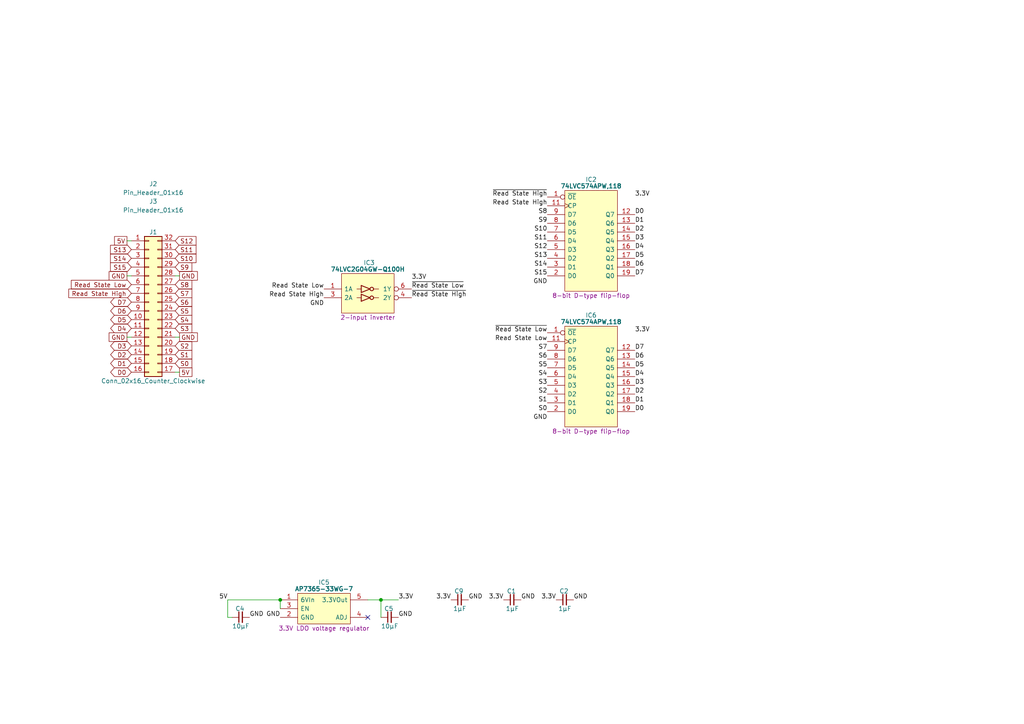
<source format=kicad_sch>
(kicad_sch
	(version 20231120)
	(generator "eeschema")
	(generator_version "8.0")
	(uuid "337b5f72-8be1-4121-9dc6-479b565482b2")
	(paper "A4")
	(title_block
		(title "State Reader")
		(date "2024-02-19")
		(rev "V0")
	)
	(lib_symbols
		(symbol "Connector_Generic:Conn_02x16_Counter_Clockwise"
			(pin_names
				(offset 1.016) hide)
			(exclude_from_sim no)
			(in_bom yes)
			(on_board yes)
			(property "Reference" "J"
				(at 1.27 20.32 0)
				(effects
					(font
						(size 1.27 1.27)
					)
				)
			)
			(property "Value" "Conn_02x16_Counter_Clockwise"
				(at 1.27 -22.86 0)
				(effects
					(font
						(size 1.27 1.27)
					)
				)
			)
			(property "Footprint" ""
				(at 0 0 0)
				(effects
					(font
						(size 1.27 1.27)
					)
					(hide yes)
				)
			)
			(property "Datasheet" "~"
				(at 0 0 0)
				(effects
					(font
						(size 1.27 1.27)
					)
					(hide yes)
				)
			)
			(property "Description" "Generic connector, double row, 02x16, counter clockwise pin numbering scheme (similar to DIP package numbering), script generated (kicad-library-utils/schlib/autogen/connector/)"
				(at 0 0 0)
				(effects
					(font
						(size 1.27 1.27)
					)
					(hide yes)
				)
			)
			(property "ki_keywords" "connector"
				(at 0 0 0)
				(effects
					(font
						(size 1.27 1.27)
					)
					(hide yes)
				)
			)
			(property "ki_fp_filters" "Connector*:*_2x??_*"
				(at 0 0 0)
				(effects
					(font
						(size 1.27 1.27)
					)
					(hide yes)
				)
			)
			(symbol "Conn_02x16_Counter_Clockwise_1_1"
				(rectangle
					(start -1.27 -20.193)
					(end 0 -20.447)
					(stroke
						(width 0.1524)
						(type default)
					)
					(fill
						(type none)
					)
				)
				(rectangle
					(start -1.27 -17.653)
					(end 0 -17.907)
					(stroke
						(width 0.1524)
						(type default)
					)
					(fill
						(type none)
					)
				)
				(rectangle
					(start -1.27 -15.113)
					(end 0 -15.367)
					(stroke
						(width 0.1524)
						(type default)
					)
					(fill
						(type none)
					)
				)
				(rectangle
					(start -1.27 -12.573)
					(end 0 -12.827)
					(stroke
						(width 0.1524)
						(type default)
					)
					(fill
						(type none)
					)
				)
				(rectangle
					(start -1.27 -10.033)
					(end 0 -10.287)
					(stroke
						(width 0.1524)
						(type default)
					)
					(fill
						(type none)
					)
				)
				(rectangle
					(start -1.27 -7.493)
					(end 0 -7.747)
					(stroke
						(width 0.1524)
						(type default)
					)
					(fill
						(type none)
					)
				)
				(rectangle
					(start -1.27 -4.953)
					(end 0 -5.207)
					(stroke
						(width 0.1524)
						(type default)
					)
					(fill
						(type none)
					)
				)
				(rectangle
					(start -1.27 -2.413)
					(end 0 -2.667)
					(stroke
						(width 0.1524)
						(type default)
					)
					(fill
						(type none)
					)
				)
				(rectangle
					(start -1.27 0.127)
					(end 0 -0.127)
					(stroke
						(width 0.1524)
						(type default)
					)
					(fill
						(type none)
					)
				)
				(rectangle
					(start -1.27 2.667)
					(end 0 2.413)
					(stroke
						(width 0.1524)
						(type default)
					)
					(fill
						(type none)
					)
				)
				(rectangle
					(start -1.27 5.207)
					(end 0 4.953)
					(stroke
						(width 0.1524)
						(type default)
					)
					(fill
						(type none)
					)
				)
				(rectangle
					(start -1.27 7.747)
					(end 0 7.493)
					(stroke
						(width 0.1524)
						(type default)
					)
					(fill
						(type none)
					)
				)
				(rectangle
					(start -1.27 10.287)
					(end 0 10.033)
					(stroke
						(width 0.1524)
						(type default)
					)
					(fill
						(type none)
					)
				)
				(rectangle
					(start -1.27 12.827)
					(end 0 12.573)
					(stroke
						(width 0.1524)
						(type default)
					)
					(fill
						(type none)
					)
				)
				(rectangle
					(start -1.27 15.367)
					(end 0 15.113)
					(stroke
						(width 0.1524)
						(type default)
					)
					(fill
						(type none)
					)
				)
				(rectangle
					(start -1.27 17.907)
					(end 0 17.653)
					(stroke
						(width 0.1524)
						(type default)
					)
					(fill
						(type none)
					)
				)
				(rectangle
					(start -1.27 19.05)
					(end 3.81 -21.59)
					(stroke
						(width 0.254)
						(type default)
					)
					(fill
						(type background)
					)
				)
				(rectangle
					(start 3.81 -20.193)
					(end 2.54 -20.447)
					(stroke
						(width 0.1524)
						(type default)
					)
					(fill
						(type none)
					)
				)
				(rectangle
					(start 3.81 -17.653)
					(end 2.54 -17.907)
					(stroke
						(width 0.1524)
						(type default)
					)
					(fill
						(type none)
					)
				)
				(rectangle
					(start 3.81 -15.113)
					(end 2.54 -15.367)
					(stroke
						(width 0.1524)
						(type default)
					)
					(fill
						(type none)
					)
				)
				(rectangle
					(start 3.81 -12.573)
					(end 2.54 -12.827)
					(stroke
						(width 0.1524)
						(type default)
					)
					(fill
						(type none)
					)
				)
				(rectangle
					(start 3.81 -10.033)
					(end 2.54 -10.287)
					(stroke
						(width 0.1524)
						(type default)
					)
					(fill
						(type none)
					)
				)
				(rectangle
					(start 3.81 -7.493)
					(end 2.54 -7.747)
					(stroke
						(width 0.1524)
						(type default)
					)
					(fill
						(type none)
					)
				)
				(rectangle
					(start 3.81 -4.953)
					(end 2.54 -5.207)
					(stroke
						(width 0.1524)
						(type default)
					)
					(fill
						(type none)
					)
				)
				(rectangle
					(start 3.81 -2.413)
					(end 2.54 -2.667)
					(stroke
						(width 0.1524)
						(type default)
					)
					(fill
						(type none)
					)
				)
				(rectangle
					(start 3.81 0.127)
					(end 2.54 -0.127)
					(stroke
						(width 0.1524)
						(type default)
					)
					(fill
						(type none)
					)
				)
				(rectangle
					(start 3.81 2.667)
					(end 2.54 2.413)
					(stroke
						(width 0.1524)
						(type default)
					)
					(fill
						(type none)
					)
				)
				(rectangle
					(start 3.81 5.207)
					(end 2.54 4.953)
					(stroke
						(width 0.1524)
						(type default)
					)
					(fill
						(type none)
					)
				)
				(rectangle
					(start 3.81 7.747)
					(end 2.54 7.493)
					(stroke
						(width 0.1524)
						(type default)
					)
					(fill
						(type none)
					)
				)
				(rectangle
					(start 3.81 10.287)
					(end 2.54 10.033)
					(stroke
						(width 0.1524)
						(type default)
					)
					(fill
						(type none)
					)
				)
				(rectangle
					(start 3.81 12.827)
					(end 2.54 12.573)
					(stroke
						(width 0.1524)
						(type default)
					)
					(fill
						(type none)
					)
				)
				(rectangle
					(start 3.81 15.367)
					(end 2.54 15.113)
					(stroke
						(width 0.1524)
						(type default)
					)
					(fill
						(type none)
					)
				)
				(rectangle
					(start 3.81 17.907)
					(end 2.54 17.653)
					(stroke
						(width 0.1524)
						(type default)
					)
					(fill
						(type none)
					)
				)
				(pin passive line
					(at -5.08 17.78 0)
					(length 3.81)
					(name "Pin_1"
						(effects
							(font
								(size 1.27 1.27)
							)
						)
					)
					(number "1"
						(effects
							(font
								(size 1.27 1.27)
							)
						)
					)
				)
				(pin passive line
					(at -5.08 -5.08 0)
					(length 3.81)
					(name "Pin_10"
						(effects
							(font
								(size 1.27 1.27)
							)
						)
					)
					(number "10"
						(effects
							(font
								(size 1.27 1.27)
							)
						)
					)
				)
				(pin passive line
					(at -5.08 -7.62 0)
					(length 3.81)
					(name "Pin_11"
						(effects
							(font
								(size 1.27 1.27)
							)
						)
					)
					(number "11"
						(effects
							(font
								(size 1.27 1.27)
							)
						)
					)
				)
				(pin passive line
					(at -5.08 -10.16 0)
					(length 3.81)
					(name "Pin_12"
						(effects
							(font
								(size 1.27 1.27)
							)
						)
					)
					(number "12"
						(effects
							(font
								(size 1.27 1.27)
							)
						)
					)
				)
				(pin passive line
					(at -5.08 -12.7 0)
					(length 3.81)
					(name "Pin_13"
						(effects
							(font
								(size 1.27 1.27)
							)
						)
					)
					(number "13"
						(effects
							(font
								(size 1.27 1.27)
							)
						)
					)
				)
				(pin passive line
					(at -5.08 -15.24 0)
					(length 3.81)
					(name "Pin_14"
						(effects
							(font
								(size 1.27 1.27)
							)
						)
					)
					(number "14"
						(effects
							(font
								(size 1.27 1.27)
							)
						)
					)
				)
				(pin passive line
					(at -5.08 -17.78 0)
					(length 3.81)
					(name "Pin_15"
						(effects
							(font
								(size 1.27 1.27)
							)
						)
					)
					(number "15"
						(effects
							(font
								(size 1.27 1.27)
							)
						)
					)
				)
				(pin passive line
					(at -5.08 -20.32 0)
					(length 3.81)
					(name "Pin_16"
						(effects
							(font
								(size 1.27 1.27)
							)
						)
					)
					(number "16"
						(effects
							(font
								(size 1.27 1.27)
							)
						)
					)
				)
				(pin passive line
					(at 7.62 -20.32 180)
					(length 3.81)
					(name "Pin_17"
						(effects
							(font
								(size 1.27 1.27)
							)
						)
					)
					(number "17"
						(effects
							(font
								(size 1.27 1.27)
							)
						)
					)
				)
				(pin passive line
					(at 7.62 -17.78 180)
					(length 3.81)
					(name "Pin_18"
						(effects
							(font
								(size 1.27 1.27)
							)
						)
					)
					(number "18"
						(effects
							(font
								(size 1.27 1.27)
							)
						)
					)
				)
				(pin passive line
					(at 7.62 -15.24 180)
					(length 3.81)
					(name "Pin_19"
						(effects
							(font
								(size 1.27 1.27)
							)
						)
					)
					(number "19"
						(effects
							(font
								(size 1.27 1.27)
							)
						)
					)
				)
				(pin passive line
					(at -5.08 15.24 0)
					(length 3.81)
					(name "Pin_2"
						(effects
							(font
								(size 1.27 1.27)
							)
						)
					)
					(number "2"
						(effects
							(font
								(size 1.27 1.27)
							)
						)
					)
				)
				(pin passive line
					(at 7.62 -12.7 180)
					(length 3.81)
					(name "Pin_20"
						(effects
							(font
								(size 1.27 1.27)
							)
						)
					)
					(number "20"
						(effects
							(font
								(size 1.27 1.27)
							)
						)
					)
				)
				(pin passive line
					(at 7.62 -10.16 180)
					(length 3.81)
					(name "Pin_21"
						(effects
							(font
								(size 1.27 1.27)
							)
						)
					)
					(number "21"
						(effects
							(font
								(size 1.27 1.27)
							)
						)
					)
				)
				(pin passive line
					(at 7.62 -7.62 180)
					(length 3.81)
					(name "Pin_22"
						(effects
							(font
								(size 1.27 1.27)
							)
						)
					)
					(number "22"
						(effects
							(font
								(size 1.27 1.27)
							)
						)
					)
				)
				(pin passive line
					(at 7.62 -5.08 180)
					(length 3.81)
					(name "Pin_23"
						(effects
							(font
								(size 1.27 1.27)
							)
						)
					)
					(number "23"
						(effects
							(font
								(size 1.27 1.27)
							)
						)
					)
				)
				(pin passive line
					(at 7.62 -2.54 180)
					(length 3.81)
					(name "Pin_24"
						(effects
							(font
								(size 1.27 1.27)
							)
						)
					)
					(number "24"
						(effects
							(font
								(size 1.27 1.27)
							)
						)
					)
				)
				(pin passive line
					(at 7.62 0 180)
					(length 3.81)
					(name "Pin_25"
						(effects
							(font
								(size 1.27 1.27)
							)
						)
					)
					(number "25"
						(effects
							(font
								(size 1.27 1.27)
							)
						)
					)
				)
				(pin passive line
					(at 7.62 2.54 180)
					(length 3.81)
					(name "Pin_26"
						(effects
							(font
								(size 1.27 1.27)
							)
						)
					)
					(number "26"
						(effects
							(font
								(size 1.27 1.27)
							)
						)
					)
				)
				(pin passive line
					(at 7.62 5.08 180)
					(length 3.81)
					(name "Pin_27"
						(effects
							(font
								(size 1.27 1.27)
							)
						)
					)
					(number "27"
						(effects
							(font
								(size 1.27 1.27)
							)
						)
					)
				)
				(pin passive line
					(at 7.62 7.62 180)
					(length 3.81)
					(name "Pin_28"
						(effects
							(font
								(size 1.27 1.27)
							)
						)
					)
					(number "28"
						(effects
							(font
								(size 1.27 1.27)
							)
						)
					)
				)
				(pin passive line
					(at 7.62 10.16 180)
					(length 3.81)
					(name "Pin_29"
						(effects
							(font
								(size 1.27 1.27)
							)
						)
					)
					(number "29"
						(effects
							(font
								(size 1.27 1.27)
							)
						)
					)
				)
				(pin passive line
					(at -5.08 12.7 0)
					(length 3.81)
					(name "Pin_3"
						(effects
							(font
								(size 1.27 1.27)
							)
						)
					)
					(number "3"
						(effects
							(font
								(size 1.27 1.27)
							)
						)
					)
				)
				(pin passive line
					(at 7.62 12.7 180)
					(length 3.81)
					(name "Pin_30"
						(effects
							(font
								(size 1.27 1.27)
							)
						)
					)
					(number "30"
						(effects
							(font
								(size 1.27 1.27)
							)
						)
					)
				)
				(pin passive line
					(at 7.62 15.24 180)
					(length 3.81)
					(name "Pin_31"
						(effects
							(font
								(size 1.27 1.27)
							)
						)
					)
					(number "31"
						(effects
							(font
								(size 1.27 1.27)
							)
						)
					)
				)
				(pin passive line
					(at 7.62 17.78 180)
					(length 3.81)
					(name "Pin_32"
						(effects
							(font
								(size 1.27 1.27)
							)
						)
					)
					(number "32"
						(effects
							(font
								(size 1.27 1.27)
							)
						)
					)
				)
				(pin passive line
					(at -5.08 10.16 0)
					(length 3.81)
					(name "Pin_4"
						(effects
							(font
								(size 1.27 1.27)
							)
						)
					)
					(number "4"
						(effects
							(font
								(size 1.27 1.27)
							)
						)
					)
				)
				(pin passive line
					(at -5.08 7.62 0)
					(length 3.81)
					(name "Pin_5"
						(effects
							(font
								(size 1.27 1.27)
							)
						)
					)
					(number "5"
						(effects
							(font
								(size 1.27 1.27)
							)
						)
					)
				)
				(pin passive line
					(at -5.08 5.08 0)
					(length 3.81)
					(name "Pin_6"
						(effects
							(font
								(size 1.27 1.27)
							)
						)
					)
					(number "6"
						(effects
							(font
								(size 1.27 1.27)
							)
						)
					)
				)
				(pin passive line
					(at -5.08 2.54 0)
					(length 3.81)
					(name "Pin_7"
						(effects
							(font
								(size 1.27 1.27)
							)
						)
					)
					(number "7"
						(effects
							(font
								(size 1.27 1.27)
							)
						)
					)
				)
				(pin passive line
					(at -5.08 0 0)
					(length 3.81)
					(name "Pin_8"
						(effects
							(font
								(size 1.27 1.27)
							)
						)
					)
					(number "8"
						(effects
							(font
								(size 1.27 1.27)
							)
						)
					)
				)
				(pin passive line
					(at -5.08 -2.54 0)
					(length 3.81)
					(name "Pin_9"
						(effects
							(font
								(size 1.27 1.27)
							)
						)
					)
					(number "9"
						(effects
							(font
								(size 1.27 1.27)
							)
						)
					)
				)
			)
		)
		(symbol "Diodes_Inc:AP7365-33WG-7"
			(pin_names
				(offset 0.762)
			)
			(exclude_from_sim no)
			(in_bom yes)
			(on_board yes)
			(property "Reference" "IC"
				(at 12.7 5.08 0)
				(effects
					(font
						(size 1.27 1.27)
					)
				)
			)
			(property "Value" "AP7365-33WG-7"
				(at 12.7 3.175 0)
				(effects
					(font
						(size 1.27 1.27)
						(bold yes)
					)
				)
			)
			(property "Footprint" "SamacSys_Parts:SOT95P285X130-5N"
				(at 21.59 -14.605 0)
				(effects
					(font
						(size 1.27 1.27)
					)
					(justify left)
					(hide yes)
				)
			)
			(property "Datasheet" "https://componentsearchengine.com/Datasheets/1/AP7365-33WG-7.pdf"
				(at 21.59 -17.145 0)
				(effects
					(font
						(size 1.27 1.27)
					)
					(justify left)
					(hide yes)
				)
			)
			(property "Description" "3.3V LDO voltage regulator"
				(at 12.7 -8.255 0)
				(effects
					(font
						(size 1.27 1.27)
					)
				)
			)
			(property "Height" "1.3"
				(at 21.59 -19.685 0)
				(effects
					(font
						(size 1.27 1.27)
					)
					(justify left)
					(hide yes)
				)
			)
			(property "Manufacturer_Name" "Diodes Inc."
				(at 21.59 -22.225 0)
				(effects
					(font
						(size 1.27 1.27)
					)
					(justify left)
					(hide yes)
				)
			)
			(property "Manufacturer_Part_Number" "AP7365-33WG-7"
				(at 21.59 -24.765 0)
				(effects
					(font
						(size 1.27 1.27)
					)
					(justify left)
					(hide yes)
				)
			)
			(property "Mouser Part Number" "621-AP7365-33WG-7"
				(at 21.59 -27.305 0)
				(effects
					(font
						(size 1.27 1.27)
					)
					(justify left)
					(hide yes)
				)
			)
			(property "Mouser Price/Stock" "https://www.mouser.co.uk/ProductDetail/Diodes-Incorporated/AP7365-33WG-7?qs=abZ1nkZpTuOZFvxvoFPL0w%3D%3D"
				(at 21.59 -29.845 0)
				(effects
					(font
						(size 1.27 1.27)
					)
					(justify left)
					(hide yes)
				)
			)
			(property "Arrow Part Number" "AP7365-33WG-7"
				(at 21.59 -32.385 0)
				(effects
					(font
						(size 1.27 1.27)
					)
					(justify left)
					(hide yes)
				)
			)
			(property "Arrow Price/Stock" "https://www.arrow.com/en/products/ap7365-33wg-7/diodes-incorporated?region=nac"
				(at 21.59 -34.925 0)
				(effects
					(font
						(size 1.27 1.27)
					)
					(justify left)
					(hide yes)
				)
			)
			(property "Silkscreen" "AP7365"
				(at 21.59 -12.065 0)
				(effects
					(font
						(size 1.27 1.27)
					)
					(justify left)
					(hide yes)
				)
			)
			(symbol "AP7365-33WG-7_0_0"
				(pin passive line
					(at 0 -5.08 0)
					(length 5.08)
					(name "GND"
						(effects
							(font
								(size 1.27 1.27)
							)
						)
					)
					(number "2"
						(effects
							(font
								(size 1.27 1.27)
							)
						)
					)
				)
				(pin input line
					(at 0 -2.54 0)
					(length 5.08)
					(name "EN"
						(effects
							(font
								(size 1.27 1.27)
							)
						)
					)
					(number "3"
						(effects
							(font
								(size 1.27 1.27)
							)
						)
					)
				)
				(pin passive line
					(at 25.4 -5.08 180)
					(length 5.08)
					(name "ADJ"
						(effects
							(font
								(size 1.27 1.27)
							)
						)
					)
					(number "4"
						(effects
							(font
								(size 1.27 1.27)
							)
						)
					)
				)
			)
			(symbol "AP7365-33WG-7_0_1"
				(polyline
					(pts
						(xy 5.08 1.905) (xy 20.32 1.905) (xy 20.32 -6.985) (xy 5.08 -6.985) (xy 5.08 1.905)
					)
					(stroke
						(width 0)
						(type default)
					)
					(fill
						(type background)
					)
				)
			)
			(symbol "AP7365-33WG-7_1_0"
				(pin passive line
					(at 0 0 0)
					(length 5.08)
					(name "6VIn"
						(effects
							(font
								(size 1.27 1.27)
							)
						)
					)
					(number "1"
						(effects
							(font
								(size 1.27 1.27)
							)
						)
					)
				)
				(pin passive line
					(at 25.4 0 180)
					(length 5.08)
					(name "3.3VOut"
						(effects
							(font
								(size 1.27 1.27)
							)
						)
					)
					(number "5"
						(effects
							(font
								(size 1.27 1.27)
							)
						)
					)
				)
			)
		)
		(symbol "HCP65:C_0805"
			(pin_numbers hide)
			(pin_names
				(offset 0.254) hide)
			(exclude_from_sim no)
			(in_bom yes)
			(on_board yes)
			(property "Reference" "C"
				(at 2.286 2.54 0)
				(effects
					(font
						(size 1.27 1.27)
					)
				)
			)
			(property "Value" "?μF"
				(at 2.54 -2.54 0)
				(effects
					(font
						(size 1.27 1.27)
					)
				)
			)
			(property "Footprint" "SamacSys_Parts:C_0805"
				(at 16.764 -7.62 0)
				(effects
					(font
						(size 1.27 1.27)
					)
					(hide yes)
				)
			)
			(property "Datasheet" ""
				(at 2.2225 0.3175 90)
				(effects
					(font
						(size 1.27 1.27)
					)
					(hide yes)
				)
			)
			(property "Description" ""
				(at 0 0 0)
				(effects
					(font
						(size 1.27 1.27)
					)
					(hide yes)
				)
			)
			(property "ki_keywords" "capacitor cap"
				(at 0 0 0)
				(effects
					(font
						(size 1.27 1.27)
					)
					(hide yes)
				)
			)
			(property "ki_fp_filters" "C_*"
				(at 0 0 0)
				(effects
					(font
						(size 1.27 1.27)
					)
					(hide yes)
				)
			)
			(symbol "C_0805_0_1"
				(polyline
					(pts
						(xy 1.9685 -1.4605) (xy 1.9685 1.5875)
					)
					(stroke
						(width 0.3048)
						(type default)
					)
					(fill
						(type none)
					)
				)
				(polyline
					(pts
						(xy 2.9845 -1.4605) (xy 2.9845 1.5875)
					)
					(stroke
						(width 0.3302)
						(type default)
					)
					(fill
						(type none)
					)
				)
			)
			(symbol "C_0805_1_1"
				(pin passive line
					(at 0 0 0)
					(length 2.032)
					(name "~"
						(effects
							(font
								(size 1.27 1.27)
							)
						)
					)
					(number "1"
						(effects
							(font
								(size 1.27 1.27)
							)
						)
					)
				)
				(pin passive line
					(at 5.08 0 180)
					(length 2.032)
					(name "~"
						(effects
							(font
								(size 1.27 1.27)
							)
						)
					)
					(number "2"
						(effects
							(font
								(size 1.27 1.27)
							)
						)
					)
				)
			)
		)
		(symbol "HCP65:Pin_Header_01x32"
			(pin_names
				(offset 1.016) hide)
			(exclude_from_sim no)
			(in_bom yes)
			(on_board yes)
			(property "Reference" "J"
				(at 0 1.27 0)
				(effects
					(font
						(size 1.27 1.27)
					)
				)
			)
			(property "Value" "Pin_Header_01x32"
				(at 0 -1.27 0)
				(effects
					(font
						(size 1.27 1.27)
					)
				)
			)
			(property "Footprint" "SamacSys_Parts:PinHeader_1x32_P2.54mm_Vertical"
				(at 0 -3.81 0)
				(effects
					(font
						(size 1.27 1.27)
					)
					(hide yes)
				)
			)
			(property "Datasheet" "~"
				(at -5.08 0 0)
				(effects
					(font
						(size 1.27 1.27)
					)
					(hide yes)
				)
			)
			(property "Description" ""
				(at 0 0 0)
				(effects
					(font
						(size 1.27 1.27)
					)
					(hide yes)
				)
			)
			(property "ki_fp_filters" "Connector*:*_1x??_*"
				(at 0 0 0)
				(effects
					(font
						(size 1.27 1.27)
					)
					(hide yes)
				)
			)
		)
		(symbol "Nexperia:74LVC2G04GW-Q100H"
			(pin_names
				(offset 0.762)
			)
			(exclude_from_sim no)
			(in_bom yes)
			(on_board yes)
			(property "Reference" "IC"
				(at 11.43 7.62 0)
				(effects
					(font
						(size 1.27 1.27)
					)
					(justify left)
				)
			)
			(property "Value" "74LVC2G04GW-Q100H"
				(at 12.7 5.715 0)
				(effects
					(font
						(size 1.27 1.27)
						(bold yes)
					)
				)
			)
			(property "Footprint" "SamacSys_Parts:SOP65P210X110-6N"
				(at 21.59 -12.065 0)
				(effects
					(font
						(size 1.27 1.27)
					)
					(justify left)
					(hide yes)
				)
			)
			(property "Datasheet" "https://assets.nexperia.com/documents/data-sheet/74LVC2G04_Q100.pdf"
				(at 21.59 -14.605 0)
				(effects
					(font
						(size 1.27 1.27)
					)
					(justify left)
					(hide yes)
				)
			)
			(property "Description" "2-input inverter"
				(at 12.7 -8.255 0)
				(effects
					(font
						(size 1.27 1.27)
					)
				)
			)
			(property "Height" "1.1"
				(at 21.59 -19.685 0)
				(effects
					(font
						(size 1.27 1.27)
					)
					(justify left)
					(hide yes)
				)
			)
			(property "Manufacturer_Name" "Nexperia"
				(at 21.59 -22.225 0)
				(effects
					(font
						(size 1.27 1.27)
					)
					(justify left)
					(hide yes)
				)
			)
			(property "Manufacturer_Part_Number" "74LVC2G04GW-Q100H"
				(at 21.59 -24.765 0)
				(effects
					(font
						(size 1.27 1.27)
					)
					(justify left)
					(hide yes)
				)
			)
			(property "Mouser Part Number" "771-74LVC2G04GWQ100H"
				(at 21.59 -27.305 0)
				(effects
					(font
						(size 1.27 1.27)
					)
					(justify left)
					(hide yes)
				)
			)
			(property "Mouser Price/Stock" "https://www.mouser.co.uk/ProductDetail/Nexperia/74LVC2G04GW-Q100H?qs=Yna0arPQ0CQTXbBDVSrZqQ%3D%3D"
				(at 21.59 -29.845 0)
				(effects
					(font
						(size 1.27 1.27)
					)
					(justify left)
					(hide yes)
				)
			)
			(property "Silkscreen" "'2G04"
				(at 12.7 -10.16 0)
				(effects
					(font
						(size 1.27 1.27)
					)
					(hide yes)
				)
			)
			(property "Garbage" "74LVC2G04-Q100 - Dual inverter@en-us"
				(at 0 0 0)
				(effects
					(font
						(size 1.27 1.27)
					)
					(hide yes)
				)
			)
			(symbol "74LVC2G04GW-Q100H_0_0"
				(pin input line
					(at 0 0 0)
					(length 5.08)
					(name "1A"
						(effects
							(font
								(size 1.27 1.27)
							)
						)
					)
					(number "1"
						(effects
							(font
								(size 1.27 1.27)
							)
						)
					)
				)
				(pin passive line
					(at 0 -5.08 0)
					(length 5.08) hide
					(name "GND"
						(effects
							(font
								(size 1.27 1.27)
							)
						)
					)
					(number "2"
						(effects
							(font
								(size 1.27 1.27)
							)
						)
					)
				)
				(pin input line
					(at 0 -2.54 0)
					(length 5.08)
					(name "2A"
						(effects
							(font
								(size 1.27 1.27)
							)
						)
					)
					(number "3"
						(effects
							(font
								(size 1.27 1.27)
							)
						)
					)
				)
				(pin output inverted
					(at 25.4 -2.54 180)
					(length 5.08)
					(name "2Y"
						(effects
							(font
								(size 1.27 1.27)
							)
						)
					)
					(number "4"
						(effects
							(font
								(size 1.27 1.27)
							)
						)
					)
				)
				(pin passive line
					(at 25.4 2.54 180)
					(length 5.08) hide
					(name "3V"
						(effects
							(font
								(size 1.27 1.27)
							)
						)
					)
					(number "5"
						(effects
							(font
								(size 1.27 1.27)
							)
						)
					)
				)
				(pin output inverted
					(at 25.4 0 180)
					(length 5.08)
					(name "1Y"
						(effects
							(font
								(size 1.27 1.27)
							)
						)
					)
					(number "6"
						(effects
							(font
								(size 1.27 1.27)
							)
						)
					)
				)
			)
			(symbol "74LVC2G04GW-Q100H_0_1"
				(polyline
					(pts
						(xy 9.525 -2.54) (xy 10.7949 -2.54)
					)
					(stroke
						(width 0)
						(type default)
					)
					(fill
						(type none)
					)
				)
				(polyline
					(pts
						(xy 9.525 0) (xy 10.7949 0)
					)
					(stroke
						(width 0)
						(type default)
					)
					(fill
						(type none)
					)
				)
				(polyline
					(pts
						(xy 14.351 -2.54) (xy 15.875 -2.54)
					)
					(stroke
						(width 0)
						(type default)
					)
					(fill
						(type none)
					)
				)
				(polyline
					(pts
						(xy 14.351 0) (xy 15.875 0)
					)
					(stroke
						(width 0)
						(type default)
					)
					(fill
						(type none)
					)
				)
				(polyline
					(pts
						(xy 10.795 -3.556) (xy 13.335 -2.54) (xy 10.795 -1.524)
					)
					(stroke
						(width 0.254)
						(type default)
					)
					(fill
						(type none)
					)
				)
				(polyline
					(pts
						(xy 10.795 -1.016) (xy 13.335 0) (xy 10.795 1.016)
					)
					(stroke
						(width 0.254)
						(type default)
					)
					(fill
						(type none)
					)
				)
				(polyline
					(pts
						(xy 5.08 4.445) (xy 20.32 4.445) (xy 20.32 -6.985) (xy 5.08 -6.985) (xy 5.08 4.445)
					)
					(stroke
						(width 0.1524)
						(type default)
					)
					(fill
						(type background)
					)
				)
				(rectangle
					(start 10.795 -1.524)
					(end 10.795 -3.556)
					(stroke
						(width 0.254)
						(type default)
					)
					(fill
						(type background)
					)
				)
				(rectangle
					(start 10.795 1.016)
					(end 10.795 -1.016)
					(stroke
						(width 0.254)
						(type default)
					)
					(fill
						(type background)
					)
				)
				(circle
					(center 13.843 -2.54)
					(radius 0.508)
					(stroke
						(width 0.254)
						(type default)
					)
					(fill
						(type none)
					)
				)
				(circle
					(center 13.843 0)
					(radius 0.508)
					(stroke
						(width 0.254)
						(type default)
					)
					(fill
						(type none)
					)
				)
			)
		)
		(symbol "Nexperia:74LVC574APW,118"
			(pin_names
				(offset 0.762)
			)
			(exclude_from_sim no)
			(in_bom yes)
			(on_board yes)
			(property "Reference" "IC"
				(at 12.7 5.08 0)
				(effects
					(font
						(size 1.27 1.27)
					)
				)
			)
			(property "Value" "74LVC574APW,118"
				(at 12.7 3.175 0)
				(effects
					(font
						(size 1.27 1.27)
						(bold yes)
					)
				)
			)
			(property "Footprint" "SamacSys_Parts:SOP65P640X110-20N"
				(at 26.67 -30.48 0)
				(effects
					(font
						(size 1.27 1.27)
					)
					(justify left)
					(hide yes)
				)
			)
			(property "Datasheet" "https://assets.nexperia.com/documents/data-sheet/74LVC574A.pdf"
				(at 26.67 -33.02 0)
				(effects
					(font
						(size 1.27 1.27)
					)
					(justify left)
					(hide yes)
				)
			)
			(property "Description" "8-bit D-type flip-flop"
				(at 12.7 -28.575 0)
				(effects
					(font
						(size 1.27 1.27)
					)
				)
			)
			(property "Height" "1.1"
				(at 26.67 -38.1 0)
				(effects
					(font
						(size 1.27 1.27)
					)
					(justify left)
					(hide yes)
				)
			)
			(property "Manufacturer_Name" "Nexperia"
				(at 26.67 -40.64 0)
				(effects
					(font
						(size 1.27 1.27)
					)
					(justify left)
					(hide yes)
				)
			)
			(property "Manufacturer_Part_Number" "74LVC574APW,118"
				(at 26.67 -43.18 0)
				(effects
					(font
						(size 1.27 1.27)
					)
					(justify left)
					(hide yes)
				)
			)
			(property "Mouser Part Number" "771-74LVC574APW-T"
				(at 26.67 -45.72 0)
				(effects
					(font
						(size 1.27 1.27)
					)
					(justify left)
					(hide yes)
				)
			)
			(property "Mouser Price/Stock" "https://www.mouser.co.uk/ProductDetail/Nexperia/74LVC574APW118?qs=me8TqzrmIYXFXrN3QSTUuw%3D%3D"
				(at 26.67 -48.26 0)
				(effects
					(font
						(size 1.27 1.27)
					)
					(justify left)
					(hide yes)
				)
			)
			(property "Silkscreen" "74LVC574"
				(at 12.7 -31.115 0)
				(effects
					(font
						(size 1.27 1.27)
					)
					(hide yes)
				)
			)
			(property "Garbage" "74LVC574A - Octal D-type flip-flop with 5 V tolerant inputs/outputs; positive edge-trigger (3-state)@en-us"
				(at 0 0 0)
				(effects
					(font
						(size 1.27 1.27)
					)
					(hide yes)
				)
			)
			(symbol "74LVC574APW,118_0_0"
				(pin input inverted
					(at 0 0 0)
					(length 5.08)
					(name "~{OE}"
						(effects
							(font
								(size 1.27 1.27)
							)
						)
					)
					(number "1"
						(effects
							(font
								(size 1.27 1.27)
							)
						)
					)
				)
				(pin passive line
					(at 0 -25.4 0)
					(length 5.08) hide
					(name "GND"
						(effects
							(font
								(size 1.27 1.27)
							)
						)
					)
					(number "10"
						(effects
							(font
								(size 1.27 1.27)
							)
						)
					)
				)
				(pin input clock
					(at 0 -2.54 0)
					(length 5.08)
					(name "CP"
						(effects
							(font
								(size 1.27 1.27)
							)
						)
					)
					(number "11"
						(effects
							(font
								(size 1.27 1.27)
							)
						)
					)
				)
				(pin tri_state line
					(at 25.4 -7.62 180)
					(length 5.08)
					(name "Q6"
						(effects
							(font
								(size 1.27 1.27)
							)
						)
					)
					(number "13"
						(effects
							(font
								(size 1.27 1.27)
							)
						)
					)
				)
				(pin tri_state line
					(at 25.4 -10.16 180)
					(length 5.08)
					(name "Q5"
						(effects
							(font
								(size 1.27 1.27)
							)
						)
					)
					(number "14"
						(effects
							(font
								(size 1.27 1.27)
							)
						)
					)
				)
				(pin tri_state line
					(at 25.4 -12.7 180)
					(length 5.08)
					(name "Q4"
						(effects
							(font
								(size 1.27 1.27)
							)
						)
					)
					(number "15"
						(effects
							(font
								(size 1.27 1.27)
							)
						)
					)
				)
				(pin tri_state line
					(at 25.4 -15.24 180)
					(length 5.08)
					(name "Q3"
						(effects
							(font
								(size 1.27 1.27)
							)
						)
					)
					(number "16"
						(effects
							(font
								(size 1.27 1.27)
							)
						)
					)
				)
				(pin tri_state line
					(at 25.4 -17.78 180)
					(length 5.08)
					(name "Q2"
						(effects
							(font
								(size 1.27 1.27)
							)
						)
					)
					(number "17"
						(effects
							(font
								(size 1.27 1.27)
							)
						)
					)
				)
				(pin tri_state line
					(at 25.4 -20.32 180)
					(length 5.08)
					(name "Q1"
						(effects
							(font
								(size 1.27 1.27)
							)
						)
					)
					(number "18"
						(effects
							(font
								(size 1.27 1.27)
							)
						)
					)
				)
				(pin tri_state line
					(at 25.4 -22.86 180)
					(length 5.08)
					(name "Q0"
						(effects
							(font
								(size 1.27 1.27)
							)
						)
					)
					(number "19"
						(effects
							(font
								(size 1.27 1.27)
							)
						)
					)
				)
				(pin input line
					(at 0 -22.86 0)
					(length 5.08)
					(name "D0"
						(effects
							(font
								(size 1.27 1.27)
							)
						)
					)
					(number "2"
						(effects
							(font
								(size 1.27 1.27)
							)
						)
					)
				)
				(pin passive line
					(at 25.4 0 180)
					(length 5.08) hide
					(name "3V"
						(effects
							(font
								(size 1.27 1.27)
							)
						)
					)
					(number "20"
						(effects
							(font
								(size 1.27 1.27)
							)
						)
					)
				)
				(pin input line
					(at 0 -20.32 0)
					(length 5.08)
					(name "D1"
						(effects
							(font
								(size 1.27 1.27)
							)
						)
					)
					(number "3"
						(effects
							(font
								(size 1.27 1.27)
							)
						)
					)
				)
				(pin input line
					(at 0 -17.78 0)
					(length 5.08)
					(name "D2"
						(effects
							(font
								(size 1.27 1.27)
							)
						)
					)
					(number "4"
						(effects
							(font
								(size 1.27 1.27)
							)
						)
					)
				)
				(pin input line
					(at 0 -15.24 0)
					(length 5.08)
					(name "D3"
						(effects
							(font
								(size 1.27 1.27)
							)
						)
					)
					(number "5"
						(effects
							(font
								(size 1.27 1.27)
							)
						)
					)
				)
				(pin input line
					(at 0 -12.7 0)
					(length 5.08)
					(name "D4"
						(effects
							(font
								(size 1.27 1.27)
							)
						)
					)
					(number "6"
						(effects
							(font
								(size 1.27 1.27)
							)
						)
					)
				)
				(pin input line
					(at 0 -10.16 0)
					(length 5.08)
					(name "D5"
						(effects
							(font
								(size 1.27 1.27)
							)
						)
					)
					(number "7"
						(effects
							(font
								(size 1.27 1.27)
							)
						)
					)
				)
				(pin input line
					(at 0 -7.62 0)
					(length 5.08)
					(name "D6"
						(effects
							(font
								(size 1.27 1.27)
							)
						)
					)
					(number "8"
						(effects
							(font
								(size 1.27 1.27)
							)
						)
					)
				)
				(pin input line
					(at 0 -5.08 0)
					(length 5.08)
					(name "D7"
						(effects
							(font
								(size 1.27 1.27)
							)
						)
					)
					(number "9"
						(effects
							(font
								(size 1.27 1.27)
							)
						)
					)
				)
			)
			(symbol "74LVC574APW,118_0_1"
				(polyline
					(pts
						(xy 5.08 1.905) (xy 20.32 1.905) (xy 20.32 -27.305) (xy 5.08 -27.305) (xy 5.08 1.905)
					)
					(stroke
						(width 0.1524)
						(type default)
					)
					(fill
						(type background)
					)
				)
			)
			(symbol "74LVC574APW,118_1_0"
				(pin tri_state line
					(at 25.4 -5.08 180)
					(length 5.08)
					(name "Q7"
						(effects
							(font
								(size 1.27 1.27)
							)
						)
					)
					(number "12"
						(effects
							(font
								(size 1.27 1.27)
							)
						)
					)
				)
			)
		)
	)
	(junction
		(at 81.28 173.99)
		(diameter 0)
		(color 0 0 0 0)
		(uuid "413af9fc-5730-4581-bcd6-4066802553e7")
	)
	(junction
		(at 110.49 173.99)
		(diameter 0)
		(color 0 0 0 0)
		(uuid "b483095b-b3f1-413b-bfdc-dd45b3a6b7a0")
	)
	(no_connect
		(at 106.68 179.07)
		(uuid "2acb9f61-7e35-41b1-ad56-ec6ab018021d")
	)
	(wire
		(pts
			(xy 36.83 80.01) (xy 38.1 80.01)
		)
		(stroke
			(width 0)
			(type default)
		)
		(uuid "0068ce14-87c4-4aac-aa25-c39fdca6786a")
	)
	(wire
		(pts
			(xy 110.49 179.07) (xy 110.49 173.99)
		)
		(stroke
			(width 0)
			(type default)
		)
		(uuid "26219dd1-99de-4424-b167-2c7dcb1ebc12")
	)
	(wire
		(pts
			(xy 52.07 107.95) (xy 50.8 107.95)
		)
		(stroke
			(width 0)
			(type default)
		)
		(uuid "35960830-bc45-4534-84a0-cd7ad0d978ee")
	)
	(wire
		(pts
			(xy 66.04 173.99) (xy 81.28 173.99)
		)
		(stroke
			(width 0)
			(type default)
		)
		(uuid "4ebb928e-f2be-4f76-aabe-4749c3ffc63f")
	)
	(wire
		(pts
			(xy 81.28 173.99) (xy 81.28 176.53)
		)
		(stroke
			(width 0)
			(type default)
		)
		(uuid "6bcd95ff-6a51-4ead-aa6a-628fdc2cc852")
	)
	(wire
		(pts
			(xy 36.83 69.85) (xy 38.1 69.85)
		)
		(stroke
			(width 0)
			(type default)
		)
		(uuid "8a9cc038-0f4d-4cbd-8345-5571a2b496aa")
	)
	(wire
		(pts
			(xy 52.07 80.01) (xy 50.8 80.01)
		)
		(stroke
			(width 0)
			(type default)
		)
		(uuid "8b2aabf6-3e26-4072-b884-7539c556bc8b")
	)
	(wire
		(pts
			(xy 106.68 173.99) (xy 110.49 173.99)
		)
		(stroke
			(width 0)
			(type default)
		)
		(uuid "a70da8ac-e087-4b2c-bb48-900e71135de0")
	)
	(wire
		(pts
			(xy 66.04 173.99) (xy 66.04 179.07)
		)
		(stroke
			(width 0)
			(type default)
		)
		(uuid "c80f7ae1-0cda-4c1a-bbb5-9092aef6711c")
	)
	(wire
		(pts
			(xy 66.04 179.07) (xy 67.31 179.07)
		)
		(stroke
			(width 0)
			(type default)
		)
		(uuid "ec59795c-0268-4c6a-8915-70f48d7fb95b")
	)
	(wire
		(pts
			(xy 36.83 97.79) (xy 38.1 97.79)
		)
		(stroke
			(width 0)
			(type default)
		)
		(uuid "ee0dcf6b-3c39-4441-90a3-71757e9cb1a3")
	)
	(wire
		(pts
			(xy 52.07 97.79) (xy 50.8 97.79)
		)
		(stroke
			(width 0)
			(type default)
		)
		(uuid "f260dfd6-0955-4fac-a056-b84443540801")
	)
	(wire
		(pts
			(xy 110.49 173.99) (xy 115.57 173.99)
		)
		(stroke
			(width 0)
			(type default)
		)
		(uuid "f5a44683-1946-4e2a-9349-8f328e411edc")
	)
	(label "3.3V"
		(at 146.05 173.99 180)
		(fields_autoplaced yes)
		(effects
			(font
				(size 1.27 1.27)
			)
			(justify right bottom)
		)
		(uuid "01216ee5-3383-4a41-a662-a25e631d7e3c")
	)
	(label "D2"
		(at 184.15 67.31 0)
		(fields_autoplaced yes)
		(effects
			(font
				(size 1.27 1.27)
			)
			(justify left bottom)
		)
		(uuid "01e8f57c-3899-4d7a-b7dd-2e00cfd3710b")
	)
	(label "S9"
		(at 158.75 64.77 180)
		(fields_autoplaced yes)
		(effects
			(font
				(size 1.27 1.27)
			)
			(justify right bottom)
		)
		(uuid "0301c0b1-d7d4-4933-a8f9-dd56c97e6f0f")
	)
	(label "Read State High"
		(at 93.98 86.36 180)
		(fields_autoplaced yes)
		(effects
			(font
				(size 1.27 1.27)
			)
			(justify right bottom)
		)
		(uuid "04c6816e-7dff-4cf3-95ec-40f28085d4dd")
	)
	(label "D3"
		(at 184.15 111.76 0)
		(fields_autoplaced yes)
		(effects
			(font
				(size 1.27 1.27)
			)
			(justify left bottom)
		)
		(uuid "07357b61-d8b0-4cc0-9ff7-c06e73b15ab2")
	)
	(label "GND"
		(at 158.75 82.55 180)
		(fields_autoplaced yes)
		(effects
			(font
				(size 1.27 1.27)
			)
			(justify right bottom)
		)
		(uuid "0ada73b2-acca-4b66-b592-c27f770d078e")
	)
	(label "Read State Low"
		(at 158.75 99.06 180)
		(fields_autoplaced yes)
		(effects
			(font
				(size 1.27 1.27)
			)
			(justify right bottom)
		)
		(uuid "0c6b1ec3-2d6d-49f9-bed6-a8472741d163")
	)
	(label "S12"
		(at 158.75 72.39 180)
		(fields_autoplaced yes)
		(effects
			(font
				(size 1.27 1.27)
			)
			(justify right bottom)
		)
		(uuid "11efce07-3b20-4fd2-868f-f0145ce578dc")
	)
	(label "S11"
		(at 158.75 69.85 180)
		(fields_autoplaced yes)
		(effects
			(font
				(size 1.27 1.27)
			)
			(justify right bottom)
		)
		(uuid "1bc36247-e5cd-4bd6-a8e9-a880d2ed2ad3")
	)
	(label "S3"
		(at 158.75 111.76 180)
		(fields_autoplaced yes)
		(effects
			(font
				(size 1.27 1.27)
			)
			(justify right bottom)
		)
		(uuid "21a00f39-ce2a-40d8-88f9-b69e79f5e2a6")
	)
	(label "GND"
		(at 115.57 179.07 0)
		(fields_autoplaced yes)
		(effects
			(font
				(size 1.27 1.27)
			)
			(justify left bottom)
		)
		(uuid "2703f9d4-cbda-4d41-b75d-1696dd2e6090")
	)
	(label "GND"
		(at 93.98 88.9 180)
		(fields_autoplaced yes)
		(effects
			(font
				(size 1.27 1.27)
			)
			(justify right bottom)
		)
		(uuid "280cb0a8-1396-4ff3-8e14-2bcf14a802ba")
	)
	(label "S6"
		(at 158.75 104.14 180)
		(fields_autoplaced yes)
		(effects
			(font
				(size 1.27 1.27)
			)
			(justify right bottom)
		)
		(uuid "2bebcea8-177f-41b4-8441-77f98f9716a6")
	)
	(label "3.3V"
		(at 184.15 57.15 0)
		(fields_autoplaced yes)
		(effects
			(font
				(size 1.27 1.27)
			)
			(justify left bottom)
		)
		(uuid "2d723f77-c8d1-4472-a262-9f611c6470cf")
	)
	(label "D6"
		(at 184.15 104.14 0)
		(fields_autoplaced yes)
		(effects
			(font
				(size 1.27 1.27)
			)
			(justify left bottom)
		)
		(uuid "2d78cec0-43ee-41a5-88c9-5157e2a2c464")
	)
	(label "D4"
		(at 184.15 109.22 0)
		(fields_autoplaced yes)
		(effects
			(font
				(size 1.27 1.27)
			)
			(justify left bottom)
		)
		(uuid "2fb60d29-7fe5-4c71-920b-ba81a898c405")
	)
	(label "3.3V"
		(at 119.38 81.28 0)
		(fields_autoplaced yes)
		(effects
			(font
				(size 1.27 1.27)
			)
			(justify left bottom)
		)
		(uuid "326bfee6-8eb3-472a-bd9e-90fa3fb8bdcb")
	)
	(label "Read State Low"
		(at 93.98 83.82 180)
		(fields_autoplaced yes)
		(effects
			(font
				(size 1.27 1.27)
			)
			(justify right bottom)
		)
		(uuid "346c02ca-a4a6-481c-8f2f-e799d8debde0")
	)
	(label "D7"
		(at 184.15 80.01 0)
		(fields_autoplaced yes)
		(effects
			(font
				(size 1.27 1.27)
			)
			(justify left bottom)
		)
		(uuid "37057811-106a-41cd-a831-589a79544c99")
	)
	(label "S14"
		(at 158.75 77.47 180)
		(fields_autoplaced yes)
		(effects
			(font
				(size 1.27 1.27)
			)
			(justify right bottom)
		)
		(uuid "377a6091-901a-422e-917e-c825f6c0924f")
	)
	(label "S7"
		(at 158.75 101.6 180)
		(fields_autoplaced yes)
		(effects
			(font
				(size 1.27 1.27)
			)
			(justify right bottom)
		)
		(uuid "3c7f7af1-616d-4a41-a81c-37255badf972")
	)
	(label "~{Read State Low}"
		(at 158.75 96.52 180)
		(fields_autoplaced yes)
		(effects
			(font
				(size 1.27 1.27)
			)
			(justify right bottom)
		)
		(uuid "472cc2c5-57f7-4d43-9859-46b4fc8763ed")
	)
	(label "GND"
		(at 72.39 179.07 0)
		(fields_autoplaced yes)
		(effects
			(font
				(size 1.27 1.27)
			)
			(justify left bottom)
		)
		(uuid "47a447a5-df4b-4ed7-a925-ccbc4a7d8442")
	)
	(label "5V"
		(at 66.04 173.99 180)
		(fields_autoplaced yes)
		(effects
			(font
				(size 1.27 1.27)
			)
			(justify right bottom)
		)
		(uuid "47d2502c-5742-4892-a601-e4d8b2225d2f")
	)
	(label "GND"
		(at 158.75 121.92 180)
		(fields_autoplaced yes)
		(effects
			(font
				(size 1.27 1.27)
			)
			(justify right bottom)
		)
		(uuid "4ae8196a-19f4-453d-9fc2-97fd55d75c7e")
	)
	(label "D1"
		(at 184.15 64.77 0)
		(fields_autoplaced yes)
		(effects
			(font
				(size 1.27 1.27)
			)
			(justify left bottom)
		)
		(uuid "4bae91fd-5431-4156-bf76-dabf8bf5673d")
	)
	(label "GND"
		(at 166.37 173.99 0)
		(fields_autoplaced yes)
		(effects
			(font
				(size 1.27 1.27)
			)
			(justify left bottom)
		)
		(uuid "4eb9b52b-5f0a-42f6-973c-25f94caafb7a")
	)
	(label "D7"
		(at 184.15 101.6 0)
		(fields_autoplaced yes)
		(effects
			(font
				(size 1.27 1.27)
			)
			(justify left bottom)
		)
		(uuid "53986338-6ea9-45cf-84be-36ccd310fe94")
	)
	(label "D0"
		(at 184.15 62.23 0)
		(fields_autoplaced yes)
		(effects
			(font
				(size 1.27 1.27)
			)
			(justify left bottom)
		)
		(uuid "55e93df9-4836-4e56-bff5-bb4d35ebb84a")
	)
	(label "D0"
		(at 184.15 119.38 0)
		(fields_autoplaced yes)
		(effects
			(font
				(size 1.27 1.27)
			)
			(justify left bottom)
		)
		(uuid "5c730b42-fb3f-4789-995c-050814171aed")
	)
	(label "D3"
		(at 184.15 69.85 0)
		(fields_autoplaced yes)
		(effects
			(font
				(size 1.27 1.27)
			)
			(justify left bottom)
		)
		(uuid "5ce5bd03-e393-4733-8cfe-9e1c276b3175")
	)
	(label "GND"
		(at 81.28 179.07 180)
		(fields_autoplaced yes)
		(effects
			(font
				(size 1.27 1.27)
			)
			(justify right bottom)
		)
		(uuid "60f2ef0b-8946-432b-ba1c-d834ef88b410")
	)
	(label "S4"
		(at 158.75 109.22 180)
		(fields_autoplaced yes)
		(effects
			(font
				(size 1.27 1.27)
			)
			(justify right bottom)
		)
		(uuid "71c7f842-1871-46bf-a418-4c0a3de2ddf7")
	)
	(label "3.3V"
		(at 161.29 173.99 180)
		(fields_autoplaced yes)
		(effects
			(font
				(size 1.27 1.27)
			)
			(justify right bottom)
		)
		(uuid "7eb903aa-6ebd-4c87-b9de-aaa357445384")
	)
	(label "S1"
		(at 158.75 116.84 180)
		(fields_autoplaced yes)
		(effects
			(font
				(size 1.27 1.27)
			)
			(justify right bottom)
		)
		(uuid "7feeabc6-a047-4798-9a58-19606f3e040b")
	)
	(label "S10"
		(at 158.75 67.31 180)
		(fields_autoplaced yes)
		(effects
			(font
				(size 1.27 1.27)
			)
			(justify right bottom)
		)
		(uuid "8b7fd128-3a84-496c-8a63-8e08b223db21")
	)
	(label "GND"
		(at 135.89 173.99 0)
		(fields_autoplaced yes)
		(effects
			(font
				(size 1.27 1.27)
			)
			(justify left bottom)
		)
		(uuid "939f64e0-478f-413b-8a33-158ae1a0c7a3")
	)
	(label "S15"
		(at 158.75 80.01 180)
		(fields_autoplaced yes)
		(effects
			(font
				(size 1.27 1.27)
			)
			(justify right bottom)
		)
		(uuid "993a2b10-8b9a-46b9-89c1-0a5a94887b81")
	)
	(label "D4"
		(at 184.15 72.39 0)
		(fields_autoplaced yes)
		(effects
			(font
				(size 1.27 1.27)
			)
			(justify left bottom)
		)
		(uuid "aeff3430-bbb7-45da-ac27-ecfacd1808e0")
	)
	(label "3.3V"
		(at 115.57 173.99 0)
		(fields_autoplaced yes)
		(effects
			(font
				(size 1.27 1.27)
			)
			(justify left bottom)
		)
		(uuid "b39af118-c84e-4c7c-86e2-a785c4040d1a")
	)
	(label "S0"
		(at 158.75 119.38 180)
		(fields_autoplaced yes)
		(effects
			(font
				(size 1.27 1.27)
			)
			(justify right bottom)
		)
		(uuid "be86230f-58f2-4cee-9df9-dd97002d0876")
	)
	(label "D5"
		(at 184.15 74.93 0)
		(fields_autoplaced yes)
		(effects
			(font
				(size 1.27 1.27)
			)
			(justify left bottom)
		)
		(uuid "bf230510-e14b-492c-946d-fe87e60e51eb")
	)
	(label "S8"
		(at 158.75 62.23 180)
		(fields_autoplaced yes)
		(effects
			(font
				(size 1.27 1.27)
			)
			(justify right bottom)
		)
		(uuid "c181a027-ac25-4fea-ad66-1abc0506953d")
	)
	(label "D1"
		(at 184.15 116.84 0)
		(fields_autoplaced yes)
		(effects
			(font
				(size 1.27 1.27)
			)
			(justify left bottom)
		)
		(uuid "c495357e-eaa5-462d-9a7b-d3305517e5c6")
	)
	(label "D5"
		(at 184.15 106.68 0)
		(fields_autoplaced yes)
		(effects
			(font
				(size 1.27 1.27)
			)
			(justify left bottom)
		)
		(uuid "cc03aaa9-d030-4af5-91df-e9af4bae2f46")
	)
	(label "Read State High"
		(at 158.75 59.69 180)
		(fields_autoplaced yes)
		(effects
			(font
				(size 1.27 1.27)
			)
			(justify right bottom)
		)
		(uuid "ceeb0e8b-efda-4614-9018-bbcf1058ed9f")
	)
	(label "D6"
		(at 184.15 77.47 0)
		(fields_autoplaced yes)
		(effects
			(font
				(size 1.27 1.27)
			)
			(justify left bottom)
		)
		(uuid "daea3b1b-46de-4e2d-81e5-66cd091b070c")
	)
	(label "~{Read State High}"
		(at 119.38 86.36 0)
		(fields_autoplaced yes)
		(effects
			(font
				(size 1.27 1.27)
			)
			(justify left bottom)
		)
		(uuid "dc00dead-e68f-4ab9-9b48-228b6294d710")
	)
	(label "~{Read State Low}"
		(at 119.38 83.82 0)
		(fields_autoplaced yes)
		(effects
			(font
				(size 1.27 1.27)
			)
			(justify left bottom)
		)
		(uuid "e26edc0a-8b71-489f-b2c5-307aa08b098a")
	)
	(label "S5"
		(at 158.75 106.68 180)
		(fields_autoplaced yes)
		(effects
			(font
				(size 1.27 1.27)
			)
			(justify right bottom)
		)
		(uuid "e38362d8-d92e-47fc-b546-285753af89bb")
	)
	(label "~{Read State High}"
		(at 158.75 57.15 180)
		(fields_autoplaced yes)
		(effects
			(font
				(size 1.27 1.27)
			)
			(justify right bottom)
		)
		(uuid "e6087184-c218-4fa4-8faf-169f5a78fe88")
	)
	(label "GND"
		(at 151.13 173.99 0)
		(fields_autoplaced yes)
		(effects
			(font
				(size 1.27 1.27)
			)
			(justify left bottom)
		)
		(uuid "e6944ecf-32d8-46c0-8eee-a626f1de3758")
	)
	(label "S2"
		(at 158.75 114.3 180)
		(fields_autoplaced yes)
		(effects
			(font
				(size 1.27 1.27)
			)
			(justify right bottom)
		)
		(uuid "e8c34570-2639-4c64-aa1b-13b08a8ba5ed")
	)
	(label "3.3V"
		(at 130.81 173.99 180)
		(fields_autoplaced yes)
		(effects
			(font
				(size 1.27 1.27)
			)
			(justify right bottom)
		)
		(uuid "ea6c5aa5-713d-4e75-98b7-b5860f974017")
	)
	(label "S13"
		(at 158.75 74.93 180)
		(fields_autoplaced yes)
		(effects
			(font
				(size 1.27 1.27)
			)
			(justify right bottom)
		)
		(uuid "ef2d1bde-e744-42ef-9d5a-c6aba52c1730")
	)
	(label "D2"
		(at 184.15 114.3 0)
		(fields_autoplaced yes)
		(effects
			(font
				(size 1.27 1.27)
			)
			(justify left bottom)
		)
		(uuid "f584eb49-60c6-4907-82d2-6d01c6573c73")
	)
	(label "3.3V"
		(at 184.15 96.52 0)
		(fields_autoplaced yes)
		(effects
			(font
				(size 1.27 1.27)
			)
			(justify left bottom)
		)
		(uuid "fdf71b77-a130-47a1-a416-af607427336f")
	)
	(global_label "S14"
		(shape input)
		(at 38.1 74.93 180)
		(fields_autoplaced yes)
		(effects
			(font
				(size 1.27 1.27)
			)
			(justify right)
		)
		(uuid "050544dc-9ec7-41db-9a97-55b340df8d37")
		(property "Intersheetrefs" "${INTERSHEET_REFS}"
			(at 31.4863 74.93 0)
			(effects
				(font
					(size 1.27 1.27)
				)
				(justify right)
				(hide yes)
			)
		)
	)
	(global_label "S12"
		(shape input)
		(at 50.8 69.85 0)
		(fields_autoplaced yes)
		(effects
			(font
				(size 1.27 1.27)
			)
			(justify left)
		)
		(uuid "0ae9b095-fd9b-4410-b19d-76b48ce1de9d")
		(property "Intersheetrefs" "${INTERSHEET_REFS}"
			(at 57.4137 69.85 0)
			(effects
				(font
					(size 1.27 1.27)
				)
				(justify left)
				(hide yes)
			)
		)
	)
	(global_label "Read State Low"
		(shape input)
		(at 38.1 82.55 180)
		(fields_autoplaced yes)
		(effects
			(font
				(size 1.27 1.27)
			)
			(justify right)
		)
		(uuid "17f74af6-c0e3-4a44-a5c1-62499f97df97")
		(property "Intersheetrefs" "${INTERSHEET_REFS}"
			(at 20.1169 82.55 0)
			(effects
				(font
					(size 1.27 1.27)
				)
				(justify right)
				(hide yes)
			)
		)
	)
	(global_label "GND"
		(shape passive)
		(at 36.83 97.79 180)
		(fields_autoplaced yes)
		(effects
			(font
				(size 1.27 1.27)
			)
			(justify right)
		)
		(uuid "1ac34793-52f0-4ed5-98aa-20f53aa7fa2a")
		(property "Intersheetrefs" "${INTERSHEET_REFS}"
			(at 31.0856 97.79 0)
			(effects
				(font
					(size 1.27 1.27)
				)
				(justify right)
				(hide yes)
			)
		)
	)
	(global_label "D5"
		(shape tri_state)
		(at 38.1 92.71 180)
		(fields_autoplaced yes)
		(effects
			(font
				(size 1.27 1.27)
			)
			(justify right)
		)
		(uuid "22afafae-eb2d-420d-8856-538d1b8cdf27")
		(property "Intersheetrefs" "${INTERSHEET_REFS}"
			(at 31.524 92.71 0)
			(effects
				(font
					(size 1.27 1.27)
				)
				(justify right)
				(hide yes)
			)
		)
	)
	(global_label "GND"
		(shape passive)
		(at 52.07 97.79 0)
		(fields_autoplaced yes)
		(effects
			(font
				(size 1.27 1.27)
			)
			(justify left)
		)
		(uuid "25088885-b842-4f55-a3de-317d0966129d")
		(property "Intersheetrefs" "${INTERSHEET_REFS}"
			(at 57.8144 97.79 0)
			(effects
				(font
					(size 1.27 1.27)
				)
				(justify left)
				(hide yes)
			)
		)
	)
	(global_label "S1"
		(shape input)
		(at 50.8 102.87 0)
		(fields_autoplaced yes)
		(effects
			(font
				(size 1.27 1.27)
			)
			(justify left)
		)
		(uuid "3003955f-d16e-4d61-830e-4b95fd5bef53")
		(property "Intersheetrefs" "${INTERSHEET_REFS}"
			(at 56.2042 102.87 0)
			(effects
				(font
					(size 1.27 1.27)
				)
				(justify left)
				(hide yes)
			)
		)
	)
	(global_label "D2"
		(shape tri_state)
		(at 38.1 102.87 180)
		(fields_autoplaced yes)
		(effects
			(font
				(size 1.27 1.27)
			)
			(justify right)
		)
		(uuid "327b3f2b-d1a8-4881-aa82-ca7b1dd21405")
		(property "Intersheetrefs" "${INTERSHEET_REFS}"
			(at 31.524 102.87 0)
			(effects
				(font
					(size 1.27 1.27)
				)
				(justify right)
				(hide yes)
			)
		)
	)
	(global_label "S2"
		(shape input)
		(at 50.8 100.33 0)
		(fields_autoplaced yes)
		(effects
			(font
				(size 1.27 1.27)
			)
			(justify left)
		)
		(uuid "44f87ce0-9ba7-4f58-b359-4cbe848f4336")
		(property "Intersheetrefs" "${INTERSHEET_REFS}"
			(at 56.2042 100.33 0)
			(effects
				(font
					(size 1.27 1.27)
				)
				(justify left)
				(hide yes)
			)
		)
	)
	(global_label "S3"
		(shape input)
		(at 50.8 95.25 0)
		(fields_autoplaced yes)
		(effects
			(font
				(size 1.27 1.27)
			)
			(justify left)
		)
		(uuid "46fd25bf-4e36-4472-b2f4-e8d09834c222")
		(property "Intersheetrefs" "${INTERSHEET_REFS}"
			(at 56.2042 95.25 0)
			(effects
				(font
					(size 1.27 1.27)
				)
				(justify left)
				(hide yes)
			)
		)
	)
	(global_label "D0"
		(shape tri_state)
		(at 38.1 107.95 180)
		(fields_autoplaced yes)
		(effects
			(font
				(size 1.27 1.27)
			)
			(justify right)
		)
		(uuid "537647af-ce2d-4658-92a6-8eda9eb834ca")
		(property "Intersheetrefs" "${INTERSHEET_REFS}"
			(at 31.524 107.95 0)
			(effects
				(font
					(size 1.27 1.27)
				)
				(justify right)
				(hide yes)
			)
		)
	)
	(global_label "D3"
		(shape tri_state)
		(at 38.1 100.33 180)
		(fields_autoplaced yes)
		(effects
			(font
				(size 1.27 1.27)
			)
			(justify right)
		)
		(uuid "67468585-c19e-474b-81d1-63fdbba15bb6")
		(property "Intersheetrefs" "${INTERSHEET_REFS}"
			(at 31.524 100.33 0)
			(effects
				(font
					(size 1.27 1.27)
				)
				(justify right)
				(hide yes)
			)
		)
	)
	(global_label "GND"
		(shape passive)
		(at 36.83 80.01 180)
		(fields_autoplaced yes)
		(effects
			(font
				(size 1.27 1.27)
			)
			(justify right)
		)
		(uuid "684cc45a-357a-46d7-8454-7231550b995c")
		(property "Intersheetrefs" "${INTERSHEET_REFS}"
			(at 31.0856 80.01 0)
			(effects
				(font
					(size 1.27 1.27)
				)
				(justify right)
				(hide yes)
			)
		)
	)
	(global_label "S10"
		(shape input)
		(at 50.8 74.93 0)
		(fields_autoplaced yes)
		(effects
			(font
				(size 1.27 1.27)
			)
			(justify left)
		)
		(uuid "6afc47cc-7220-40df-933e-15fdfeac0108")
		(property "Intersheetrefs" "${INTERSHEET_REFS}"
			(at 57.4137 74.93 0)
			(effects
				(font
					(size 1.27 1.27)
				)
				(justify left)
				(hide yes)
			)
		)
	)
	(global_label "S5"
		(shape input)
		(at 50.8 90.17 0)
		(fields_autoplaced yes)
		(effects
			(font
				(size 1.27 1.27)
			)
			(justify left)
		)
		(uuid "76d55b85-e6f9-4249-901b-9f77f2ae9e71")
		(property "Intersheetrefs" "${INTERSHEET_REFS}"
			(at 56.2042 90.17 0)
			(effects
				(font
					(size 1.27 1.27)
				)
				(justify left)
				(hide yes)
			)
		)
	)
	(global_label "GND"
		(shape passive)
		(at 52.07 80.01 0)
		(fields_autoplaced yes)
		(effects
			(font
				(size 1.27 1.27)
			)
			(justify left)
		)
		(uuid "7d57a7b6-8960-4557-a01c-5fdeb2ce671e")
		(property "Intersheetrefs" "${INTERSHEET_REFS}"
			(at 57.8144 80.01 0)
			(effects
				(font
					(size 1.27 1.27)
				)
				(justify left)
				(hide yes)
			)
		)
	)
	(global_label "5V"
		(shape passive)
		(at 52.07 107.95 0)
		(fields_autoplaced yes)
		(effects
			(font
				(size 1.27 1.27)
			)
			(justify left)
		)
		(uuid "7e676136-fbd2-4a96-a7bd-26496eb131cb")
		(property "Intersheetrefs" "${INTERSHEET_REFS}"
			(at 56.242 107.95 0)
			(effects
				(font
					(size 1.27 1.27)
				)
				(justify left)
				(hide yes)
			)
		)
	)
	(global_label "S0"
		(shape input)
		(at 50.8 105.41 0)
		(fields_autoplaced yes)
		(effects
			(font
				(size 1.27 1.27)
			)
			(justify left)
		)
		(uuid "891a5b92-9235-41c1-9ab8-c76c3e56fd74")
		(property "Intersheetrefs" "${INTERSHEET_REFS}"
			(at 56.2042 105.41 0)
			(effects
				(font
					(size 1.27 1.27)
				)
				(justify left)
				(hide yes)
			)
		)
	)
	(global_label "S11"
		(shape input)
		(at 50.8 72.39 0)
		(fields_autoplaced yes)
		(effects
			(font
				(size 1.27 1.27)
			)
			(justify left)
		)
		(uuid "8adea9ec-a68d-41cb-b895-4a79427f73e9")
		(property "Intersheetrefs" "${INTERSHEET_REFS}"
			(at 57.4137 72.39 0)
			(effects
				(font
					(size 1.27 1.27)
				)
				(justify left)
				(hide yes)
			)
		)
	)
	(global_label "S6"
		(shape input)
		(at 50.8 87.63 0)
		(fields_autoplaced yes)
		(effects
			(font
				(size 1.27 1.27)
			)
			(justify left)
		)
		(uuid "8ef27a3e-be93-46ef-8360-bb5d6648829e")
		(property "Intersheetrefs" "${INTERSHEET_REFS}"
			(at 56.2042 87.63 0)
			(effects
				(font
					(size 1.27 1.27)
				)
				(justify left)
				(hide yes)
			)
		)
	)
	(global_label "S9"
		(shape input)
		(at 50.8 77.47 0)
		(fields_autoplaced yes)
		(effects
			(font
				(size 1.27 1.27)
			)
			(justify left)
		)
		(uuid "b57614da-2fb4-40a1-b25b-43fb5f5f1232")
		(property "Intersheetrefs" "${INTERSHEET_REFS}"
			(at 56.2042 77.47 0)
			(effects
				(font
					(size 1.27 1.27)
				)
				(justify left)
				(hide yes)
			)
		)
	)
	(global_label "S15"
		(shape input)
		(at 38.1 77.47 180)
		(fields_autoplaced yes)
		(effects
			(font
				(size 1.27 1.27)
			)
			(justify right)
		)
		(uuid "cadfacb4-93cb-4d60-8da8-be1d9dbc8fde")
		(property "Intersheetrefs" "${INTERSHEET_REFS}"
			(at 31.4863 77.47 0)
			(effects
				(font
					(size 1.27 1.27)
				)
				(justify right)
				(hide yes)
			)
		)
	)
	(global_label "S8"
		(shape input)
		(at 50.8 82.55 0)
		(fields_autoplaced yes)
		(effects
			(font
				(size 1.27 1.27)
			)
			(justify left)
		)
		(uuid "ce4cfe1a-d22d-4b5c-bbd1-abe89bb1a984")
		(property "Intersheetrefs" "${INTERSHEET_REFS}"
			(at 56.2042 82.55 0)
			(effects
				(font
					(size 1.27 1.27)
				)
				(justify left)
				(hide yes)
			)
		)
	)
	(global_label "D7"
		(shape tri_state)
		(at 38.1 87.63 180)
		(fields_autoplaced yes)
		(effects
			(font
				(size 1.27 1.27)
			)
			(justify right)
		)
		(uuid "cedbb1b2-1f7f-4d00-b44a-e663b008085b")
		(property "Intersheetrefs" "${INTERSHEET_REFS}"
			(at 31.524 87.63 0)
			(effects
				(font
					(size 1.27 1.27)
				)
				(justify right)
				(hide yes)
			)
		)
	)
	(global_label "D6"
		(shape tri_state)
		(at 38.1 90.17 180)
		(fields_autoplaced yes)
		(effects
			(font
				(size 1.27 1.27)
			)
			(justify right)
		)
		(uuid "d17d537a-8639-4a69-93b4-2f9ab92a78c3")
		(property "Intersheetrefs" "${INTERSHEET_REFS}"
			(at 31.524 90.17 0)
			(effects
				(font
					(size 1.27 1.27)
				)
				(justify right)
				(hide yes)
			)
		)
	)
	(global_label "Read State High"
		(shape input)
		(at 38.1 85.09 180)
		(fields_autoplaced yes)
		(effects
			(font
				(size 1.27 1.27)
			)
			(justify right)
		)
		(uuid "d5ac7d89-30ac-47e9-ae1b-74974174a839")
		(property "Intersheetrefs" "${INTERSHEET_REFS}"
			(at 19.3912 85.09 0)
			(effects
				(font
					(size 1.27 1.27)
				)
				(justify right)
				(hide yes)
			)
		)
	)
	(global_label "S7"
		(shape input)
		(at 50.8 85.09 0)
		(fields_autoplaced yes)
		(effects
			(font
				(size 1.27 1.27)
			)
			(justify left)
		)
		(uuid "d92cf8c8-257d-44cf-bd99-5e79abf4ddbb")
		(property "Intersheetrefs" "${INTERSHEET_REFS}"
			(at 56.2042 85.09 0)
			(effects
				(font
					(size 1.27 1.27)
				)
				(justify left)
				(hide yes)
			)
		)
	)
	(global_label "S4"
		(shape input)
		(at 50.8 92.71 0)
		(fields_autoplaced yes)
		(effects
			(font
				(size 1.27 1.27)
			)
			(justify left)
		)
		(uuid "e0b3b0be-d79e-4d7c-bd46-48210dc18650")
		(property "Intersheetrefs" "${INTERSHEET_REFS}"
			(at 56.2042 92.71 0)
			(effects
				(font
					(size 1.27 1.27)
				)
				(justify left)
				(hide yes)
			)
		)
	)
	(global_label "D4"
		(shape tri_state)
		(at 38.1 95.25 180)
		(fields_autoplaced yes)
		(effects
			(font
				(size 1.27 1.27)
			)
			(justify right)
		)
		(uuid "e6785ace-dde0-4aa7-81d1-a0315e459165")
		(property "Intersheetrefs" "${INTERSHEET_REFS}"
			(at 31.524 95.25 0)
			(effects
				(font
					(size 1.27 1.27)
				)
				(justify right)
				(hide yes)
			)
		)
	)
	(global_label "D1"
		(shape tri_state)
		(at 38.1 105.41 180)
		(fields_autoplaced yes)
		(effects
			(font
				(size 1.27 1.27)
			)
			(justify right)
		)
		(uuid "ecaaf7e5-f7d0-4f52-bbee-9a703c9c7bfc")
		(property "Intersheetrefs" "${INTERSHEET_REFS}"
			(at 31.524 105.41 0)
			(effects
				(font
					(size 1.27 1.27)
				)
				(justify right)
				(hide yes)
			)
		)
	)
	(global_label "S13"
		(shape input)
		(at 38.1 72.39 180)
		(fields_autoplaced yes)
		(effects
			(font
				(size 1.27 1.27)
			)
			(justify right)
		)
		(uuid "f3741354-9d95-468e-b373-efbb9c38e1bf")
		(property "Intersheetrefs" "${INTERSHEET_REFS}"
			(at 31.4863 72.39 0)
			(effects
				(font
					(size 1.27 1.27)
				)
				(justify right)
				(hide yes)
			)
		)
	)
	(global_label "5V"
		(shape passive)
		(at 36.83 69.85 180)
		(fields_autoplaced yes)
		(effects
			(font
				(size 1.27 1.27)
			)
			(justify right)
		)
		(uuid "f37dd575-9bb2-4b6c-92c4-d5a85ae2fd5a")
		(property "Intersheetrefs" "${INTERSHEET_REFS}"
			(at 32.658 69.85 0)
			(effects
				(font
					(size 1.27 1.27)
				)
				(justify right)
				(hide yes)
			)
		)
	)
	(symbol
		(lib_id "HCP65:Pin_Header_01x32")
		(at 44.45 54.61 0)
		(mirror y)
		(unit 1)
		(exclude_from_sim no)
		(in_bom yes)
		(on_board yes)
		(dnp no)
		(uuid "29a887fe-75d0-4b6e-97f5-51e9e1a22be3")
		(property "Reference" "J2"
			(at 44.45 53.34 0)
			(effects
				(font
					(size 1.27 1.27)
				)
			)
		)
		(property "Value" "Pin_Header_01x16"
			(at 44.45 55.88 0)
			(effects
				(font
					(size 1.27 1.27)
				)
			)
		)
		(property "Footprint" "SamacSys_Parts:PinHeader_1x16_P2.54mm_Vertical"
			(at 44.45 58.42 0)
			(effects
				(font
					(size 1.27 1.27)
				)
				(hide yes)
			)
		)
		(property "Datasheet" "~"
			(at 49.53 54.61 0)
			(effects
				(font
					(size 1.27 1.27)
				)
				(hide yes)
			)
		)
		(property "Description" ""
			(at 44.45 54.61 0)
			(effects
				(font
					(size 1.27 1.27)
				)
				(hide yes)
			)
		)
		(instances
			(project "State Reader"
				(path "/337b5f72-8be1-4121-9dc6-479b565482b2"
					(reference "J2")
					(unit 1)
				)
			)
		)
	)
	(symbol
		(lib_id "Connector_Generic:Conn_02x16_Counter_Clockwise")
		(at 43.18 87.63 0)
		(unit 1)
		(exclude_from_sim no)
		(in_bom yes)
		(on_board yes)
		(dnp no)
		(uuid "59e0d580-dccf-40d8-ac2f-5e6eac0cfd46")
		(property "Reference" "J1"
			(at 44.45 67.31 0)
			(effects
				(font
					(size 1.27 1.27)
				)
			)
		)
		(property "Value" "Conn_02x16_Counter_Clockwise"
			(at 44.45 110.49 0)
			(effects
				(font
					(size 1.27 1.27)
				)
			)
		)
		(property "Footprint" "SamacSys_Parts:DIP-32_Board_W15.24mm"
			(at 43.18 87.63 0)
			(effects
				(font
					(size 1.27 1.27)
				)
				(hide yes)
			)
		)
		(property "Datasheet" "~"
			(at 43.18 87.63 0)
			(effects
				(font
					(size 1.27 1.27)
				)
				(hide yes)
			)
		)
		(property "Description" "Generic connector, double row, 02x16, counter clockwise pin numbering scheme (similar to DIP package numbering), script generated (kicad-library-utils/schlib/autogen/connector/)"
			(at 43.18 87.63 0)
			(effects
				(font
					(size 1.27 1.27)
				)
				(hide yes)
			)
		)
		(pin "1"
			(uuid "daa4e114-daf4-4d79-bf82-173ed82c5781")
		)
		(pin "10"
			(uuid "d496bed0-6337-43c1-ae5f-34fbbda94227")
		)
		(pin "11"
			(uuid "e62b68ff-30ec-42a3-ab10-05f93a8e6a95")
		)
		(pin "12"
			(uuid "4d06919a-9d9c-4031-bca3-a3fb84a02980")
		)
		(pin "13"
			(uuid "fcd99592-466e-45d7-a28d-accf8fab0dd8")
		)
		(pin "14"
			(uuid "8a98410b-da2f-4a0c-9e05-6ff4b83eaeaf")
		)
		(pin "15"
			(uuid "423aecb8-0456-4155-a873-d7927181be9e")
		)
		(pin "16"
			(uuid "11f5986b-f039-4369-93df-5ceef5f46761")
		)
		(pin "17"
			(uuid "92dca4ed-7184-4fbb-9bf0-02108b292aff")
		)
		(pin "18"
			(uuid "0a98aff7-6c3c-4ad5-92da-5426df7d13cc")
		)
		(pin "19"
			(uuid "6d851361-d40c-40a1-8022-4031ec2fac05")
		)
		(pin "2"
			(uuid "56907d84-d425-4b2e-8f04-787a0a19c19e")
		)
		(pin "20"
			(uuid "b9877e17-6b1f-4af7-b7fe-6d8e4bc5e0dc")
		)
		(pin "21"
			(uuid "1e5fa8f4-12af-437a-8bf0-40eb5415bdbe")
		)
		(pin "22"
			(uuid "97b03e55-4e29-4a60-b417-a6139ba56498")
		)
		(pin "23"
			(uuid "e2fb09c3-3124-4f70-8b04-e14e724620dc")
		)
		(pin "24"
			(uuid "7cbe2cd0-fa6c-4792-a6d7-2ed4ef8c82da")
		)
		(pin "25"
			(uuid "0248b6d7-228c-4dd4-94a8-6f3523102d25")
		)
		(pin "26"
			(uuid "53091de0-bd22-4dc6-9792-a236dccf095a")
		)
		(pin "27"
			(uuid "49916297-03dc-4295-8059-a9b322f891cd")
		)
		(pin "28"
			(uuid "28924450-f6fd-48eb-9e9d-54b7dbf7c87a")
		)
		(pin "29"
			(uuid "7472dc56-d0eb-4e5e-ae3e-d0538c50df87")
		)
		(pin "3"
			(uuid "84f801ae-5092-4cbf-9781-bded657631c8")
		)
		(pin "30"
			(uuid "23b6582e-4430-4ef7-af2a-09a9cb941c81")
		)
		(pin "31"
			(uuid "e8796aee-f275-4c78-9bfb-0f3f82111862")
		)
		(pin "32"
			(uuid "ad8f9f0f-90c7-4119-8bfc-72e56757a686")
		)
		(pin "4"
			(uuid "41fe0a1a-2608-4d90-b2f6-f4b9addf8214")
		)
		(pin "5"
			(uuid "b7a78240-8372-4c45-ab7a-c13734012aa3")
		)
		(pin "6"
			(uuid "e4292fca-8b8e-4275-9085-186714648e1a")
		)
		(pin "7"
			(uuid "e439d7e6-0cbe-4d9e-bf3e-8c356ee46349")
		)
		(pin "8"
			(uuid "21ea89d8-2c6d-45a0-9d17-6e63a5e4cfd0")
		)
		(pin "9"
			(uuid "f27e5fc2-7ff7-486c-874f-49c174cccf1f")
		)
		(instances
			(project "State Reader"
				(path "/337b5f72-8be1-4121-9dc6-479b565482b2"
					(reference "J1")
					(unit 1)
				)
			)
		)
	)
	(symbol
		(lib_id "HCP65:C_0805")
		(at 161.29 173.99 0)
		(unit 1)
		(exclude_from_sim no)
		(in_bom yes)
		(on_board yes)
		(dnp no)
		(uuid "696d6131-effb-4a2a-a6a8-5939ca20a6e3")
		(property "Reference" "C2"
			(at 163.576 171.45 0)
			(effects
				(font
					(size 1.27 1.27)
				)
			)
		)
		(property "Value" "1μF"
			(at 163.83 176.53 0)
			(effects
				(font
					(size 1.27 1.27)
				)
			)
		)
		(property "Footprint" "SamacSys_Parts:C_0805"
			(at 178.054 181.61 0)
			(effects
				(font
					(size 1.27 1.27)
				)
				(hide yes)
			)
		)
		(property "Datasheet" ""
			(at 163.5125 173.6725 90)
			(effects
				(font
					(size 1.27 1.27)
				)
				(hide yes)
			)
		)
		(property "Description" ""
			(at 161.29 173.99 0)
			(effects
				(font
					(size 1.27 1.27)
				)
				(hide yes)
			)
		)
		(pin "1"
			(uuid "8a3c399c-1c56-40f4-80f6-f6e96288c18f")
		)
		(pin "2"
			(uuid "d9768913-45a4-4f4c-bbc9-d78d22e367f0")
		)
		(instances
			(project "State Reader"
				(path "/337b5f72-8be1-4121-9dc6-479b565482b2"
					(reference "C2")
					(unit 1)
				)
			)
			(project "Pico Sound"
				(path "/36ae9fab-3bd5-422b-bccc-b7d474dd236c"
					(reference "C23")
					(unit 1)
				)
			)
			(project "Video Timer"
				(path "/5ce90b85-49a2-4937-86c7-662b0d6f8431"
					(reference "C?")
					(unit 1)
				)
				(path "/5ce90b85-49a2-4937-86c7-662b0d6f8431/662feba9-2017-4e89-b774-f7d895f327d7"
					(reference "C30")
					(unit 1)
				)
				(path "/5ce90b85-49a2-4937-86c7-662b0d6f8431/caddd2e8-648a-419e-bcd6-73bf11c1d49f"
					(reference "C68")
					(unit 1)
				)
			)
			(project "Sound"
				(path "/8357857d-ab8c-4646-b786-aad4001c0a6b/f77e925c-a0a2-46fc-a442-a4077818f930"
					(reference "C2")
					(unit 1)
				)
			)
		)
	)
	(symbol
		(lib_id "HCP65:C_0805")
		(at 130.81 173.99 0)
		(unit 1)
		(exclude_from_sim no)
		(in_bom yes)
		(on_board yes)
		(dnp no)
		(uuid "6bafbff7-3803-4a4a-bc37-8c3eeba4f0a9")
		(property "Reference" "C9"
			(at 133.096 171.45 0)
			(effects
				(font
					(size 1.27 1.27)
				)
			)
		)
		(property "Value" "1μF"
			(at 133.35 176.53 0)
			(effects
				(font
					(size 1.27 1.27)
				)
			)
		)
		(property "Footprint" "SamacSys_Parts:C_0805"
			(at 147.574 181.61 0)
			(effects
				(font
					(size 1.27 1.27)
				)
				(hide yes)
			)
		)
		(property "Datasheet" ""
			(at 133.0325 173.6725 90)
			(effects
				(font
					(size 1.27 1.27)
				)
				(hide yes)
			)
		)
		(property "Description" ""
			(at 130.81 173.99 0)
			(effects
				(font
					(size 1.27 1.27)
				)
				(hide yes)
			)
		)
		(pin "1"
			(uuid "e4b003a6-d6f0-49c8-8923-c5c0e80d33c9")
		)
		(pin "2"
			(uuid "b4d0b5a8-e72c-4994-a02f-a8bb359f44cf")
		)
		(instances
			(project "State Reader"
				(path "/337b5f72-8be1-4121-9dc6-479b565482b2"
					(reference "C9")
					(unit 1)
				)
			)
			(project "Pico Sound"
				(path "/36ae9fab-3bd5-422b-bccc-b7d474dd236c"
					(reference "C23")
					(unit 1)
				)
			)
			(project "Video Timer"
				(path "/5ce90b85-49a2-4937-86c7-662b0d6f8431"
					(reference "C?")
					(unit 1)
				)
				(path "/5ce90b85-49a2-4937-86c7-662b0d6f8431/662feba9-2017-4e89-b774-f7d895f327d7"
					(reference "C30")
					(unit 1)
				)
				(path "/5ce90b85-49a2-4937-86c7-662b0d6f8431/caddd2e8-648a-419e-bcd6-73bf11c1d49f"
					(reference "C68")
					(unit 1)
				)
			)
			(project "Sound"
				(path "/8357857d-ab8c-4646-b786-aad4001c0a6b/f77e925c-a0a2-46fc-a442-a4077818f930"
					(reference "C2")
					(unit 1)
				)
			)
		)
	)
	(symbol
		(lib_id "Nexperia:74LVC574APW,118")
		(at 158.75 96.52 0)
		(unit 1)
		(exclude_from_sim no)
		(in_bom yes)
		(on_board yes)
		(dnp no)
		(uuid "76bcc807-4eb8-45df-9cee-552cc0b46ac6")
		(property "Reference" "IC6"
			(at 171.45 91.44 0)
			(effects
				(font
					(size 1.27 1.27)
				)
			)
		)
		(property "Value" "74LVC574APW,118"
			(at 171.45 93.345 0)
			(effects
				(font
					(size 1.27 1.27)
					(bold yes)
				)
			)
		)
		(property "Footprint" "SamacSys_Parts:SOP65P640X110-20N"
			(at 185.42 127 0)
			(effects
				(font
					(size 1.27 1.27)
				)
				(justify left)
				(hide yes)
			)
		)
		(property "Datasheet" "https://assets.nexperia.com/documents/data-sheet/74LVC574A.pdf"
			(at 185.42 129.54 0)
			(effects
				(font
					(size 1.27 1.27)
				)
				(justify left)
				(hide yes)
			)
		)
		(property "Description" "8-bit D-type flip-flop"
			(at 171.45 125.095 0)
			(effects
				(font
					(size 1.27 1.27)
				)
			)
		)
		(property "Height" "1.1"
			(at 185.42 134.62 0)
			(effects
				(font
					(size 1.27 1.27)
				)
				(justify left)
				(hide yes)
			)
		)
		(property "Mouser Part Number" "771-74LVC574APW-T"
			(at 185.42 142.24 0)
			(effects
				(font
					(size 1.27 1.27)
				)
				(justify left)
				(hide yes)
			)
		)
		(property "Mouser Price/Stock" "https://www.mouser.co.uk/ProductDetail/Nexperia/74LVC574APW118?qs=me8TqzrmIYXFXrN3QSTUuw%3D%3D"
			(at 185.42 144.78 0)
			(effects
				(font
					(size 1.27 1.27)
				)
				(justify left)
				(hide yes)
			)
		)
		(property "Manufacturer_Name" "Nexperia"
			(at 185.42 137.16 0)
			(effects
				(font
					(size 1.27 1.27)
				)
				(justify left)
				(hide yes)
			)
		)
		(property "Manufacturer_Part_Number" "74LVC574APW,118"
			(at 185.42 139.7 0)
			(effects
				(font
					(size 1.27 1.27)
				)
				(justify left)
				(hide yes)
			)
		)
		(property "Silkscreen" "74LVC574"
			(at 171.45 127.635 0)
			(effects
				(font
					(size 1.27 1.27)
				)
				(hide yes)
			)
		)
		(property "Garbage" "74LVC574A - Octal D-type flip-flop with 5 V tolerant inputs/outputs; positive edge-trigger (3-state)@en-us"
			(at 158.75 96.52 0)
			(effects
				(font
					(size 1.27 1.27)
				)
				(hide yes)
			)
		)
		(pin "1"
			(uuid "c433b254-51a7-46b8-898b-1062a7f5e6ef")
		)
		(pin "10"
			(uuid "8acda8f5-c46c-482e-b7a4-031bd39958a2")
		)
		(pin "11"
			(uuid "1d98cacb-b996-41e1-a080-245be312c9e9")
		)
		(pin "13"
			(uuid "793c0411-d775-48ab-b595-ad9ee8e71031")
		)
		(pin "14"
			(uuid "ace7ee20-6c51-442f-b913-10546645c226")
		)
		(pin "15"
			(uuid "c58bdee3-8f49-4ac8-b2a2-415e3ebbdc48")
		)
		(pin "16"
			(uuid "004b34bc-8410-494c-b7e5-7d663f6b0d39")
		)
		(pin "17"
			(uuid "a7d0ae6a-1fc2-4eff-904e-7c4e4647b555")
		)
		(pin "18"
			(uuid "84ed7860-027d-4c33-9e1f-3689bcff57c4")
		)
		(pin "19"
			(uuid "e471f3ec-58b4-464a-a575-54193f87e6f2")
		)
		(pin "2"
			(uuid "9503a103-1308-46bf-98f4-0716d095ee81")
		)
		(pin "20"
			(uuid "b62e0be4-8530-45e1-829d-aba048fa033b")
		)
		(pin "3"
			(uuid "52173a0e-bf68-40bf-a952-52f9fccfa1ab")
		)
		(pin "4"
			(uuid "b7c5ec66-0b0c-4e57-9f0c-d13d000a4de0")
		)
		(pin "5"
			(uuid "8a5793a8-fccb-4c14-9963-a2c0f3094490")
		)
		(pin "6"
			(uuid "cf57d3a1-baed-4119-8e86-331581e90c10")
		)
		(pin "7"
			(uuid "dea8bb5c-2599-4e1f-8e5e-ff9358917aae")
		)
		(pin "8"
			(uuid "5d2855ee-e46f-4cbf-bf83-84d3d10f6cf0")
		)
		(pin "9"
			(uuid "6f4e26c6-7306-48c6-ad57-3139018d4c1d")
		)
		(pin "12"
			(uuid "1ced13fc-ad15-4cf7-bc97-d2cb3e3cc64d")
		)
		(instances
			(project "State Reader"
				(path "/337b5f72-8be1-4121-9dc6-479b565482b2"
					(reference "IC6")
					(unit 1)
				)
			)
			(project "Sound"
				(path "/8357857d-ab8c-4646-b786-aad4001c0a6b/f77e925c-a0a2-46fc-a442-a4077818f930"
					(reference "IC28")
					(unit 1)
				)
			)
		)
	)
	(symbol
		(lib_id "HCP65:C_0805")
		(at 67.31 179.07 0)
		(unit 1)
		(exclude_from_sim no)
		(in_bom yes)
		(on_board yes)
		(dnp no)
		(uuid "917f04ae-f97d-4894-bd1f-ee221fa78eea")
		(property "Reference" "C4"
			(at 69.596 176.53 0)
			(effects
				(font
					(size 1.27 1.27)
				)
			)
		)
		(property "Value" "10µF"
			(at 67.31 181.61 0)
			(effects
				(font
					(size 1.27 1.27)
				)
				(justify left)
			)
		)
		(property "Footprint" "SamacSys_Parts:C_0805"
			(at 84.074 186.69 0)
			(effects
				(font
					(size 1.27 1.27)
				)
				(hide yes)
			)
		)
		(property "Datasheet" ""
			(at 69.5325 178.7525 90)
			(effects
				(font
					(size 1.27 1.27)
				)
				(hide yes)
			)
		)
		(property "Description" ""
			(at 67.31 179.07 0)
			(effects
				(font
					(size 1.27 1.27)
				)
				(hide yes)
			)
		)
		(pin "1"
			(uuid "628f1736-229f-4686-b415-9bde569ba56a")
		)
		(pin "2"
			(uuid "2334c04e-4bed-4542-b82d-57adf502f61c")
		)
		(instances
			(project "State Reader"
				(path "/337b5f72-8be1-4121-9dc6-479b565482b2"
					(reference "C4")
					(unit 1)
				)
			)
			(project "Pico Sound"
				(path "/36ae9fab-3bd5-422b-bccc-b7d474dd236c"
					(reference "C5")
					(unit 1)
				)
			)
			(project "Video Timer"
				(path "/5ce90b85-49a2-4937-86c7-662b0d6f8431"
					(reference "C1")
					(unit 1)
				)
				(path "/5ce90b85-49a2-4937-86c7-662b0d6f8431/435bbe75-130b-4ff1-a245-161bf90dff48"
					(reference "C7")
					(unit 1)
				)
				(path "/5ce90b85-49a2-4937-86c7-662b0d6f8431/662feba9-2017-4e89-b774-f7d895f327d7"
					(reference "C19")
					(unit 1)
				)
			)
			(project "Sound"
				(path "/8357857d-ab8c-4646-b786-aad4001c0a6b/f77e925c-a0a2-46fc-a442-a4077818f930"
					(reference "C13")
					(unit 1)
				)
			)
		)
	)
	(symbol
		(lib_id "HCP65:C_0805")
		(at 146.05 173.99 0)
		(unit 1)
		(exclude_from_sim no)
		(in_bom yes)
		(on_board yes)
		(dnp no)
		(uuid "9970d398-0c41-4282-9065-1d84dc8097d8")
		(property "Reference" "C1"
			(at 148.336 171.45 0)
			(effects
				(font
					(size 1.27 1.27)
				)
			)
		)
		(property "Value" "1μF"
			(at 148.59 176.53 0)
			(effects
				(font
					(size 1.27 1.27)
				)
			)
		)
		(property "Footprint" "SamacSys_Parts:C_0805"
			(at 162.814 181.61 0)
			(effects
				(font
					(size 1.27 1.27)
				)
				(hide yes)
			)
		)
		(property "Datasheet" ""
			(at 148.2725 173.6725 90)
			(effects
				(font
					(size 1.27 1.27)
				)
				(hide yes)
			)
		)
		(property "Description" ""
			(at 146.05 173.99 0)
			(effects
				(font
					(size 1.27 1.27)
				)
				(hide yes)
			)
		)
		(pin "1"
			(uuid "3d6126e7-2757-4463-9703-22b2d86ab0bb")
		)
		(pin "2"
			(uuid "a9440e16-7e10-42f3-9769-8586a5f33551")
		)
		(instances
			(project "State Reader"
				(path "/337b5f72-8be1-4121-9dc6-479b565482b2"
					(reference "C1")
					(unit 1)
				)
			)
			(project "Pico Sound"
				(path "/36ae9fab-3bd5-422b-bccc-b7d474dd236c"
					(reference "C23")
					(unit 1)
				)
			)
			(project "Video Timer"
				(path "/5ce90b85-49a2-4937-86c7-662b0d6f8431"
					(reference "C?")
					(unit 1)
				)
				(path "/5ce90b85-49a2-4937-86c7-662b0d6f8431/662feba9-2017-4e89-b774-f7d895f327d7"
					(reference "C30")
					(unit 1)
				)
				(path "/5ce90b85-49a2-4937-86c7-662b0d6f8431/caddd2e8-648a-419e-bcd6-73bf11c1d49f"
					(reference "C68")
					(unit 1)
				)
			)
			(project "Sound"
				(path "/8357857d-ab8c-4646-b786-aad4001c0a6b/f77e925c-a0a2-46fc-a442-a4077818f930"
					(reference "C2")
					(unit 1)
				)
			)
		)
	)
	(symbol
		(lib_id "Diodes_Inc:AP7365-33WG-7")
		(at 81.28 173.99 0)
		(unit 1)
		(exclude_from_sim no)
		(in_bom yes)
		(on_board yes)
		(dnp no)
		(uuid "b4ee3465-e6d3-4314-a2ec-3e4d6aa12bf0")
		(property "Reference" "IC5"
			(at 93.98 168.91 0)
			(effects
				(font
					(size 1.27 1.27)
				)
			)
		)
		(property "Value" "AP7365-33WG-7"
			(at 93.98 170.815 0)
			(effects
				(font
					(size 1.27 1.27)
					(bold yes)
				)
			)
		)
		(property "Footprint" "SamacSys_Parts:SOT95P285X130-5N"
			(at 102.87 188.595 0)
			(effects
				(font
					(size 1.27 1.27)
				)
				(justify left)
				(hide yes)
			)
		)
		(property "Datasheet" "https://componentsearchengine.com/Datasheets/1/AP7365-33WG-7.pdf"
			(at 102.87 191.135 0)
			(effects
				(font
					(size 1.27 1.27)
				)
				(justify left)
				(hide yes)
			)
		)
		(property "Description" "3.3V LDO voltage regulator"
			(at 93.98 182.245 0)
			(effects
				(font
					(size 1.27 1.27)
				)
			)
		)
		(property "Height" "1.3"
			(at 102.87 193.675 0)
			(effects
				(font
					(size 1.27 1.27)
				)
				(justify left)
				(hide yes)
			)
		)
		(property "Manufacturer_Name" "Diodes Inc."
			(at 102.87 196.215 0)
			(effects
				(font
					(size 1.27 1.27)
				)
				(justify left)
				(hide yes)
			)
		)
		(property "Manufacturer_Part_Number" "AP7365-33WG-7"
			(at 102.87 198.755 0)
			(effects
				(font
					(size 1.27 1.27)
				)
				(justify left)
				(hide yes)
			)
		)
		(property "Mouser Part Number" "621-AP7365-33WG-7"
			(at 102.87 201.295 0)
			(effects
				(font
					(size 1.27 1.27)
				)
				(justify left)
				(hide yes)
			)
		)
		(property "Mouser Price/Stock" "https://www.mouser.co.uk/ProductDetail/Diodes-Incorporated/AP7365-33WG-7?qs=abZ1nkZpTuOZFvxvoFPL0w%3D%3D"
			(at 102.87 203.835 0)
			(effects
				(font
					(size 1.27 1.27)
				)
				(justify left)
				(hide yes)
			)
		)
		(property "Arrow Part Number" "AP7365-33WG-7"
			(at 102.87 206.375 0)
			(effects
				(font
					(size 1.27 1.27)
				)
				(justify left)
				(hide yes)
			)
		)
		(property "Arrow Price/Stock" "https://www.arrow.com/en/products/ap7365-33wg-7/diodes-incorporated?region=nac"
			(at 102.87 208.915 0)
			(effects
				(font
					(size 1.27 1.27)
				)
				(justify left)
				(hide yes)
			)
		)
		(property "Silkscreen" "AP7365"
			(at 102.87 186.055 0)
			(effects
				(font
					(size 1.27 1.27)
				)
				(justify left)
				(hide yes)
			)
		)
		(pin "1"
			(uuid "f7b9c6a5-a9f9-4b2a-a7a1-65c5775433e6")
		)
		(pin "2"
			(uuid "38504cbf-8d51-47ca-bb17-69cb9b830a9b")
		)
		(pin "3"
			(uuid "aef36358-6b13-4e70-8e09-d9701d4a546f")
		)
		(pin "4"
			(uuid "519b80ff-badd-4ea7-b924-3a9ca7bc772c")
		)
		(pin "5"
			(uuid "b15348f7-206e-4e46-9aca-e88d4a9f4bfe")
		)
		(instances
			(project "State Reader"
				(path "/337b5f72-8be1-4121-9dc6-479b565482b2"
					(reference "IC5")
					(unit 1)
				)
			)
			(project "Pico Sound"
				(path "/36ae9fab-3bd5-422b-bccc-b7d474dd236c"
					(reference "IC2")
					(unit 1)
				)
			)
			(project "Video Timer"
				(path "/5ce90b85-49a2-4937-86c7-662b0d6f8431"
					(reference "IC7")
					(unit 1)
				)
				(path "/5ce90b85-49a2-4937-86c7-662b0d6f8431/435bbe75-130b-4ff1-a245-161bf90dff48"
					(reference "IC24")
					(unit 1)
				)
				(path "/5ce90b85-49a2-4937-86c7-662b0d6f8431/662feba9-2017-4e89-b774-f7d895f327d7"
					(reference "IC6")
					(unit 1)
				)
			)
			(project "Sound"
				(path "/8357857d-ab8c-4646-b786-aad4001c0a6b/f77e925c-a0a2-46fc-a442-a4077818f930"
					(reference "IC6")
					(unit 1)
				)
			)
		)
	)
	(symbol
		(lib_id "Nexperia:74LVC2G04GW-Q100H")
		(at 93.98 83.82 0)
		(unit 1)
		(exclude_from_sim no)
		(in_bom yes)
		(on_board yes)
		(dnp no)
		(uuid "b724abc2-49c5-451d-9eb4-3d870e15fee3")
		(property "Reference" "IC3"
			(at 105.41 76.2 0)
			(effects
				(font
					(size 1.27 1.27)
				)
				(justify left)
			)
		)
		(property "Value" "74LVC2G04GW-Q100H"
			(at 106.68 78.105 0)
			(effects
				(font
					(size 1.27 1.27)
					(bold yes)
				)
			)
		)
		(property "Footprint" "SamacSys_Parts:SOP65P210X110-6N"
			(at 115.57 95.885 0)
			(effects
				(font
					(size 1.27 1.27)
				)
				(justify left)
				(hide yes)
			)
		)
		(property "Datasheet" "https://assets.nexperia.com/documents/data-sheet/74LVC2G04_Q100.pdf"
			(at 115.57 98.425 0)
			(effects
				(font
					(size 1.27 1.27)
				)
				(justify left)
				(hide yes)
			)
		)
		(property "Description" "2-input inverter"
			(at 106.68 92.075 0)
			(effects
				(font
					(size 1.27 1.27)
				)
			)
		)
		(property "Height" "1.1"
			(at 115.57 103.505 0)
			(effects
				(font
					(size 1.27 1.27)
				)
				(justify left)
				(hide yes)
			)
		)
		(property "Manufacturer_Name" "Nexperia"
			(at 115.57 106.045 0)
			(effects
				(font
					(size 1.27 1.27)
				)
				(justify left)
				(hide yes)
			)
		)
		(property "Manufacturer_Part_Number" "74LVC2G04GW-Q100H"
			(at 115.57 108.585 0)
			(effects
				(font
					(size 1.27 1.27)
				)
				(justify left)
				(hide yes)
			)
		)
		(property "Mouser Part Number" "771-74LVC2G04GWQ100H"
			(at 115.57 111.125 0)
			(effects
				(font
					(size 1.27 1.27)
				)
				(justify left)
				(hide yes)
			)
		)
		(property "Mouser Price/Stock" "https://www.mouser.co.uk/ProductDetail/Nexperia/74LVC2G04GW-Q100H?qs=Yna0arPQ0CQTXbBDVSrZqQ%3D%3D"
			(at 115.57 113.665 0)
			(effects
				(font
					(size 1.27 1.27)
				)
				(justify left)
				(hide yes)
			)
		)
		(property "Silkscreen" "'2G04"
			(at 106.68 93.98 0)
			(effects
				(font
					(size 1.27 1.27)
				)
				(hide yes)
			)
		)
		(property "Garbage" "74LVC2G04-Q100 - Dual inverter@en-us"
			(at 93.98 83.82 0)
			(effects
				(font
					(size 1.27 1.27)
				)
				(hide yes)
			)
		)
		(pin "1"
			(uuid "4bec1fae-9ada-411c-8b14-f9e71b8d38e9")
		)
		(pin "2"
			(uuid "b67d2c32-e4a6-4020-9f4d-5478854009f4")
		)
		(pin "3"
			(uuid "801af063-c7a0-409b-8d45-508bea2cee54")
		)
		(pin "4"
			(uuid "0244cbc3-e11b-41be-924c-8535a6be4787")
		)
		(pin "5"
			(uuid "87506539-b1d7-4b32-ad47-40d05757d94f")
		)
		(pin "6"
			(uuid "95298416-3361-4b97-a6a4-3fa08a366da6")
		)
		(instances
			(project "State Reader"
				(path "/337b5f72-8be1-4121-9dc6-479b565482b2"
					(reference "IC3")
					(unit 1)
				)
			)
		)
	)
	(symbol
		(lib_id "HCP65:C_0805")
		(at 110.49 179.07 0)
		(unit 1)
		(exclude_from_sim no)
		(in_bom yes)
		(on_board yes)
		(dnp no)
		(uuid "ca8a3ba5-4963-4a20-bcbe-311314889adc")
		(property "Reference" "C5"
			(at 112.776 176.53 0)
			(effects
				(font
					(size 1.27 1.27)
				)
			)
		)
		(property "Value" "10µF"
			(at 110.49 181.61 0)
			(effects
				(font
					(size 1.27 1.27)
				)
				(justify left)
			)
		)
		(property "Footprint" "SamacSys_Parts:C_0805"
			(at 127.254 186.69 0)
			(effects
				(font
					(size 1.27 1.27)
				)
				(hide yes)
			)
		)
		(property "Datasheet" ""
			(at 112.7125 178.7525 90)
			(effects
				(font
					(size 1.27 1.27)
				)
				(hide yes)
			)
		)
		(property "Description" ""
			(at 110.49 179.07 0)
			(effects
				(font
					(size 1.27 1.27)
				)
				(hide yes)
			)
		)
		(pin "1"
			(uuid "65ca7132-67f0-4c91-b553-f227979172f7")
		)
		(pin "2"
			(uuid "fb59cb5f-779f-4bfb-a79a-f74520e51d9e")
		)
		(instances
			(project "State Reader"
				(path "/337b5f72-8be1-4121-9dc6-479b565482b2"
					(reference "C5")
					(unit 1)
				)
			)
			(project "Pico Sound"
				(path "/36ae9fab-3bd5-422b-bccc-b7d474dd236c"
					(reference "C7")
					(unit 1)
				)
			)
			(project "Video Timer"
				(path "/5ce90b85-49a2-4937-86c7-662b0d6f8431"
					(reference "C2")
					(unit 1)
				)
				(path "/5ce90b85-49a2-4937-86c7-662b0d6f8431/435bbe75-130b-4ff1-a245-161bf90dff48"
					(reference "C8")
					(unit 1)
				)
				(path "/5ce90b85-49a2-4937-86c7-662b0d6f8431/662feba9-2017-4e89-b774-f7d895f327d7"
					(reference "C20")
					(unit 1)
				)
			)
			(project "Sound"
				(path "/8357857d-ab8c-4646-b786-aad4001c0a6b/f77e925c-a0a2-46fc-a442-a4077818f930"
					(reference "C14")
					(unit 1)
				)
			)
		)
	)
	(symbol
		(lib_id "HCP65:Pin_Header_01x32")
		(at 44.45 59.69 0)
		(unit 1)
		(exclude_from_sim no)
		(in_bom yes)
		(on_board yes)
		(dnp no)
		(uuid "dcbf397d-aeb6-49a1-82b9-acdaa6584fba")
		(property "Reference" "J3"
			(at 44.45 58.42 0)
			(effects
				(font
					(size 1.27 1.27)
				)
			)
		)
		(property "Value" "Pin_Header_01x16"
			(at 44.45 60.96 0)
			(effects
				(font
					(size 1.27 1.27)
				)
			)
		)
		(property "Footprint" "SamacSys_Parts:PinHeader_1x16_P2.54mm_Vertical"
			(at 44.45 63.5 0)
			(effects
				(font
					(size 1.27 1.27)
				)
				(hide yes)
			)
		)
		(property "Datasheet" "~"
			(at 39.37 59.69 0)
			(effects
				(font
					(size 1.27 1.27)
				)
				(hide yes)
			)
		)
		(property "Description" ""
			(at 44.45 59.69 0)
			(effects
				(font
					(size 1.27 1.27)
				)
				(hide yes)
			)
		)
		(instances
			(project "State Reader"
				(path "/337b5f72-8be1-4121-9dc6-479b565482b2"
					(reference "J3")
					(unit 1)
				)
			)
		)
	)
	(symbol
		(lib_id "Nexperia:74LVC574APW,118")
		(at 158.75 57.15 0)
		(unit 1)
		(exclude_from_sim no)
		(in_bom yes)
		(on_board yes)
		(dnp no)
		(uuid "f5c71f4c-2488-45df-b947-9f13865fc4a1")
		(property "Reference" "IC2"
			(at 171.45 52.07 0)
			(effects
				(font
					(size 1.27 1.27)
				)
			)
		)
		(property "Value" "74LVC574APW,118"
			(at 171.45 53.975 0)
			(effects
				(font
					(size 1.27 1.27)
					(bold yes)
				)
			)
		)
		(property "Footprint" "SamacSys_Parts:SOP65P640X110-20N"
			(at 185.42 87.63 0)
			(effects
				(font
					(size 1.27 1.27)
				)
				(justify left)
				(hide yes)
			)
		)
		(property "Datasheet" "https://assets.nexperia.com/documents/data-sheet/74LVC574A.pdf"
			(at 185.42 90.17 0)
			(effects
				(font
					(size 1.27 1.27)
				)
				(justify left)
				(hide yes)
			)
		)
		(property "Description" "8-bit D-type flip-flop"
			(at 171.45 85.725 0)
			(effects
				(font
					(size 1.27 1.27)
				)
			)
		)
		(property "Height" "1.1"
			(at 185.42 95.25 0)
			(effects
				(font
					(size 1.27 1.27)
				)
				(justify left)
				(hide yes)
			)
		)
		(property "Mouser Part Number" "771-74LVC574APW-T"
			(at 185.42 102.87 0)
			(effects
				(font
					(size 1.27 1.27)
				)
				(justify left)
				(hide yes)
			)
		)
		(property "Mouser Price/Stock" "https://www.mouser.co.uk/ProductDetail/Nexperia/74LVC574APW118?qs=me8TqzrmIYXFXrN3QSTUuw%3D%3D"
			(at 185.42 105.41 0)
			(effects
				(font
					(size 1.27 1.27)
				)
				(justify left)
				(hide yes)
			)
		)
		(property "Manufacturer_Name" "Nexperia"
			(at 185.42 97.79 0)
			(effects
				(font
					(size 1.27 1.27)
				)
				(justify left)
				(hide yes)
			)
		)
		(property "Manufacturer_Part_Number" "74LVC574APW,118"
			(at 185.42 100.33 0)
			(effects
				(font
					(size 1.27 1.27)
				)
				(justify left)
				(hide yes)
			)
		)
		(property "Silkscreen" "74LVC574"
			(at 171.45 88.265 0)
			(effects
				(font
					(size 1.27 1.27)
				)
				(hide yes)
			)
		)
		(property "Garbage" "74LVC574A - Octal D-type flip-flop with 5 V tolerant inputs/outputs; positive edge-trigger (3-state)@en-us"
			(at 158.75 57.15 0)
			(effects
				(font
					(size 1.27 1.27)
				)
				(hide yes)
			)
		)
		(pin "1"
			(uuid "afb5d305-4d30-4d39-9bbb-65ba731f142c")
		)
		(pin "10"
			(uuid "de877a4b-3b1b-4c6a-b349-0f3e5ef69bd2")
		)
		(pin "11"
			(uuid "87ecf2f3-559f-4267-bee7-0175c3c53d99")
		)
		(pin "13"
			(uuid "8cee7384-bdcb-4f04-afa1-10fcc7b66241")
		)
		(pin "14"
			(uuid "9fba6969-7f2d-4791-9099-3001b904fd0e")
		)
		(pin "15"
			(uuid "f84b56ea-d361-498f-b0d2-e8ba4720794a")
		)
		(pin "16"
			(uuid "3b3bc82a-59bc-4fec-bef7-19541c8aa8f4")
		)
		(pin "17"
			(uuid "7a36c7f8-dc69-4646-a4e0-2af0cb153f27")
		)
		(pin "18"
			(uuid "2ab154c3-a0ac-4477-ad0d-46da700ba933")
		)
		(pin "19"
			(uuid "1346bfa1-8491-4036-9f95-24d04db56951")
		)
		(pin "2"
			(uuid "84c95d36-c584-41da-a8fe-66c06661026e")
		)
		(pin "20"
			(uuid "09aa6499-13c2-4ca1-9f81-a75b743f4f6b")
		)
		(pin "3"
			(uuid "782758d7-089d-4f84-9f0e-a1b01d2cdaaf")
		)
		(pin "4"
			(uuid "aa517490-bc09-44e0-bac7-bf8a6f44e4e1")
		)
		(pin "5"
			(uuid "59304083-8d47-4628-9b4b-60173fe903b3")
		)
		(pin "6"
			(uuid "f966ff39-16b3-4db3-b6bb-ae0be33245cd")
		)
		(pin "7"
			(uuid "3e4fb921-7317-4864-8b57-1b44876f0701")
		)
		(pin "8"
			(uuid "cdf247ca-8d00-4898-928a-fead7dc95f4d")
		)
		(pin "9"
			(uuid "6e66d7b3-88ba-467b-a821-a58589178ed4")
		)
		(pin "12"
			(uuid "451dd692-c0d8-49e2-b60d-2b0c6f96fd9a")
		)
		(instances
			(project "State Reader"
				(path "/337b5f72-8be1-4121-9dc6-479b565482b2"
					(reference "IC2")
					(unit 1)
				)
			)
			(project "Sound"
				(path "/8357857d-ab8c-4646-b786-aad4001c0a6b/f77e925c-a0a2-46fc-a442-a4077818f930"
					(reference "IC28")
					(unit 1)
				)
			)
		)
	)
	(sheet_instances
		(path "/"
			(page "1")
		)
	)
)

</source>
